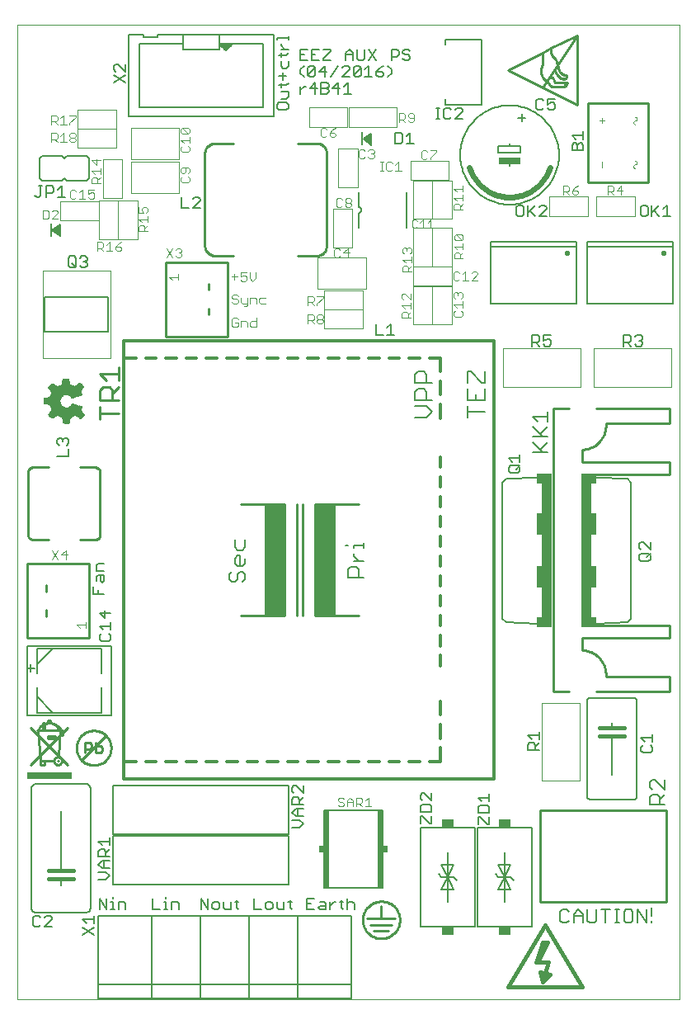
<source format=gto>
G75*
G70*
%OFA0B0*%
%FSLAX24Y24*%
%IPPOS*%
%LPD*%
%AMOC8*
5,1,8,0,0,1.08239X$1,22.5*
%
%ADD10C,0.0160*%
%ADD11C,0.0060*%
%ADD12C,0.0039*%
%ADD13C,0.0040*%
%ADD14R,0.0001X0.0149*%
%ADD15R,0.0001X0.0004*%
%ADD16R,0.0001X0.0010*%
%ADD17R,0.0001X0.0017*%
%ADD18R,0.0001X0.0023*%
%ADD19R,0.0001X0.0029*%
%ADD20R,0.0001X0.0034*%
%ADD21R,0.0001X0.0040*%
%ADD22R,0.0002X0.0043*%
%ADD23R,0.0001X0.0047*%
%ADD24R,0.0001X0.0050*%
%ADD25R,0.0001X0.0054*%
%ADD26R,0.0001X0.0059*%
%ADD27R,0.0001X0.0064*%
%ADD28R,0.0001X0.0015*%
%ADD29R,0.0001X0.0067*%
%ADD30R,0.0001X0.0020*%
%ADD31R,0.0001X0.0070*%
%ADD32R,0.0001X0.0024*%
%ADD33R,0.0001X0.0074*%
%ADD34R,0.0001X0.0027*%
%ADD35R,0.0001X0.0076*%
%ADD36R,0.0001X0.0030*%
%ADD37R,0.0002X0.0081*%
%ADD38R,0.0002X0.0036*%
%ADD39R,0.0001X0.0086*%
%ADD40R,0.0001X0.0044*%
%ADD41R,0.0001X0.0091*%
%ADD42R,0.0001X0.0046*%
%ADD43R,0.0001X0.0094*%
%ADD44R,0.0001X0.0096*%
%ADD45R,0.0001X0.0053*%
%ADD46R,0.0001X0.0099*%
%ADD47R,0.0001X0.0056*%
%ADD48R,0.0001X0.0104*%
%ADD49R,0.0001X0.0060*%
%ADD50R,0.0001X0.0108*%
%ADD51R,0.0001X0.0112*%
%ADD52R,0.0001X0.0117*%
%ADD53R,0.0001X0.0072*%
%ADD54R,0.0002X0.0120*%
%ADD55R,0.0002X0.0075*%
%ADD56R,0.0001X0.0123*%
%ADD57R,0.0001X0.0078*%
%ADD58R,0.0001X0.0126*%
%ADD59R,0.0001X0.0081*%
%ADD60R,0.0001X0.0131*%
%ADD61R,0.0001X0.0136*%
%ADD62R,0.0001X0.0090*%
%ADD63R,0.0001X0.0139*%
%ADD64R,0.0001X0.0144*%
%ADD65R,0.0001X0.0147*%
%ADD66R,0.0001X0.0101*%
%ADD67R,0.0001X0.0150*%
%ADD68R,0.0001X0.0102*%
%ADD69R,0.0001X0.0153*%
%ADD70R,0.0001X0.0106*%
%ADD71R,0.0002X0.0158*%
%ADD72R,0.0002X0.0109*%
%ADD73R,0.0001X0.0164*%
%ADD74R,0.0001X0.0115*%
%ADD75R,0.0001X0.0168*%
%ADD76R,0.0001X0.0120*%
%ADD77R,0.0001X0.0171*%
%ADD78R,0.0001X0.0123*%
%ADD79R,0.0001X0.0172*%
%ADD80R,0.0001X0.0125*%
%ADD81R,0.0001X0.0175*%
%ADD82R,0.0001X0.0128*%
%ADD83R,0.0001X0.0180*%
%ADD84R,0.0001X0.0132*%
%ADD85R,0.0001X0.0186*%
%ADD86R,0.0001X0.0191*%
%ADD87R,0.0001X0.0141*%
%ADD88R,0.0001X0.0194*%
%ADD89R,0.0001X0.0145*%
%ADD90R,0.0002X0.0196*%
%ADD91R,0.0002X0.0149*%
%ADD92R,0.0001X0.0199*%
%ADD93R,0.0001X0.0151*%
%ADD94R,0.0001X0.0204*%
%ADD95R,0.0001X0.0153*%
%ADD96R,0.0001X0.0207*%
%ADD97R,0.0001X0.0158*%
%ADD98R,0.0001X0.0211*%
%ADD99R,0.0001X0.0162*%
%ADD100R,0.0001X0.0216*%
%ADD101R,0.0001X0.0166*%
%ADD102R,0.0001X0.0219*%
%ADD103R,0.0001X0.0007*%
%ADD104R,0.0001X0.0169*%
%ADD105R,0.0001X0.0222*%
%ADD106R,0.0001X0.0011*%
%ADD107R,0.0001X0.0224*%
%ADD108R,0.0001X0.0014*%
%ADD109R,0.0001X0.0176*%
%ADD110R,0.0001X0.0228*%
%ADD111R,0.0001X0.0018*%
%ADD112R,0.0001X0.0179*%
%ADD113R,0.0002X0.0234*%
%ADD114R,0.0002X0.0024*%
%ADD115R,0.0002X0.0183*%
%ADD116R,0.0001X0.0239*%
%ADD117R,0.0001X0.0189*%
%ADD118R,0.0001X0.0241*%
%ADD119R,0.0001X0.0033*%
%ADD120R,0.0001X0.0012*%
%ADD121R,0.0001X0.0192*%
%ADD122R,0.0001X0.0243*%
%ADD123R,0.0001X0.0038*%
%ADD124R,0.0001X0.0246*%
%ADD125R,0.0001X0.0041*%
%ADD126R,0.0001X0.0019*%
%ADD127R,0.0001X0.0196*%
%ADD128R,0.0001X0.0250*%
%ADD129R,0.0001X0.0021*%
%ADD130R,0.0001X0.0201*%
%ADD131R,0.0001X0.0254*%
%ADD132R,0.0001X0.0048*%
%ADD133R,0.0001X0.0258*%
%ADD134R,0.0001X0.0054*%
%ADD135R,0.0001X0.0209*%
%ADD136R,0.0001X0.0263*%
%ADD137R,0.0001X0.0213*%
%ADD138R,0.0001X0.0267*%
%ADD139R,0.0001X0.0063*%
%ADD140R,0.0002X0.0270*%
%ADD141R,0.0002X0.0066*%
%ADD142R,0.0002X0.0045*%
%ADD143R,0.0002X0.0219*%
%ADD144R,0.0001X0.0271*%
%ADD145R,0.0001X0.0220*%
%ADD146R,0.0001X0.0274*%
%ADD147R,0.0001X0.0051*%
%ADD148R,0.0001X0.0223*%
%ADD149R,0.0001X0.0278*%
%ADD150R,0.0001X0.0282*%
%ADD151R,0.0001X0.0231*%
%ADD152R,0.0001X0.0288*%
%ADD153R,0.0001X0.0085*%
%ADD154R,0.0001X0.0236*%
%ADD155R,0.0001X0.0289*%
%ADD156R,0.0001X0.0087*%
%ADD157R,0.0001X0.0066*%
%ADD158R,0.0001X0.0292*%
%ADD159R,0.0001X0.0069*%
%ADD160R,0.0001X0.0297*%
%ADD161R,0.0001X0.0300*%
%ADD162R,0.0001X0.0075*%
%ADD163R,0.0002X0.0305*%
%ADD164R,0.0002X0.0101*%
%ADD165R,0.0002X0.0078*%
%ADD166R,0.0002X0.0251*%
%ADD167R,0.0001X0.0309*%
%ADD168R,0.0001X0.0105*%
%ADD169R,0.0001X0.0083*%
%ADD170R,0.0001X0.0255*%
%ADD171R,0.0001X0.0314*%
%ADD172R,0.0001X0.0110*%
%ADD173R,0.0001X0.0087*%
%ADD174R,0.0001X0.0316*%
%ADD175R,0.0001X0.0113*%
%ADD176R,0.0001X0.0262*%
%ADD177R,0.0001X0.0319*%
%ADD178R,0.0001X0.0114*%
%ADD179R,0.0001X0.0093*%
%ADD180R,0.0001X0.0266*%
%ADD181R,0.0001X0.0321*%
%ADD182R,0.0001X0.0096*%
%ADD183R,0.0001X0.0324*%
%ADD184R,0.0001X0.0270*%
%ADD185R,0.0001X0.0329*%
%ADD186R,0.0001X0.0124*%
%ADD187R,0.0001X0.0275*%
%ADD188R,0.0001X0.0333*%
%ADD189R,0.0001X0.0279*%
%ADD190R,0.0001X0.0336*%
%ADD191R,0.0001X0.0111*%
%ADD192R,0.0001X0.0284*%
%ADD193R,0.0002X0.0339*%
%ADD194R,0.0002X0.0134*%
%ADD195R,0.0002X0.0114*%
%ADD196R,0.0002X0.0286*%
%ADD197R,0.0001X0.0342*%
%ADD198R,0.0001X0.0116*%
%ADD199R,0.0001X0.0491*%
%ADD200R,0.0001X0.0492*%
%ADD201R,0.0001X0.0294*%
%ADD202R,0.0001X0.0495*%
%ADD203R,0.0001X0.0299*%
%ADD204R,0.0001X0.0496*%
%ADD205R,0.0001X0.0127*%
%ADD206R,0.0001X0.0301*%
%ADD207R,0.0001X0.0498*%
%ADD208R,0.0001X0.0304*%
%ADD209R,0.0001X0.0501*%
%ADD210R,0.0001X0.0134*%
%ADD211R,0.0001X0.0308*%
%ADD212R,0.0001X0.0135*%
%ADD213R,0.0001X0.0311*%
%ADD214R,0.0001X0.0504*%
%ADD215R,0.0001X0.0138*%
%ADD216R,0.0002X0.0504*%
%ADD217R,0.0002X0.0141*%
%ADD218R,0.0002X0.0318*%
%ADD219R,0.0001X0.0507*%
%ADD220R,0.0001X0.0323*%
%ADD221R,0.0001X0.0326*%
%ADD222R,0.0001X0.0508*%
%ADD223R,0.0001X0.0152*%
%ADD224R,0.0001X0.0330*%
%ADD225R,0.0001X0.0510*%
%ADD226R,0.0001X0.0494*%
%ADD227R,0.0001X0.0512*%
%ADD228R,0.0001X0.0500*%
%ADD229R,0.0001X0.0513*%
%ADD230R,0.0001X0.0501*%
%ADD231R,0.0002X0.0513*%
%ADD232R,0.0002X0.0501*%
%ADD233R,0.0001X0.0503*%
%ADD234R,0.0001X0.0504*%
%ADD235R,0.0001X0.0506*%
%ADD236R,0.0001X0.0513*%
%ADD237R,0.0001X0.0509*%
%ADD238R,0.0001X0.0511*%
%ADD239R,0.0001X0.0514*%
%ADD240R,0.0001X0.0516*%
%ADD241R,0.0002X0.0513*%
%ADD242R,0.0002X0.0519*%
%ADD243R,0.0001X0.0519*%
%ADD244R,0.0001X0.0520*%
%ADD245R,0.0001X0.0522*%
%ADD246R,0.0001X0.0507*%
%ADD247R,0.0002X0.0509*%
%ADD248R,0.0002X0.0520*%
%ADD249R,0.0001X0.0522*%
%ADD250R,0.0001X0.0505*%
%ADD251R,0.0001X0.0502*%
%ADD252R,0.0001X0.0521*%
%ADD253R,0.0002X0.0503*%
%ADD254R,0.0002X0.0519*%
%ADD255R,0.0001X0.0519*%
%ADD256R,0.0001X0.0499*%
%ADD257R,0.0001X0.0517*%
%ADD258R,0.0002X0.0495*%
%ADD259R,0.0002X0.0514*%
%ADD260R,0.0001X0.0515*%
%ADD261R,0.0001X0.0492*%
%ADD262R,0.0001X0.0490*%
%ADD263R,0.0002X0.0490*%
%ADD264R,0.0002X0.0511*%
%ADD265R,0.0001X0.0489*%
%ADD266R,0.0001X0.0489*%
%ADD267R,0.0001X0.0488*%
%ADD268R,0.0001X0.0485*%
%ADD269R,0.0001X0.0483*%
%ADD270R,0.0002X0.0483*%
%ADD271R,0.0002X0.0507*%
%ADD272R,0.0001X0.0483*%
%ADD273R,0.0001X0.0481*%
%ADD274R,0.0001X0.0480*%
%ADD275R,0.0002X0.0480*%
%ADD276R,0.0002X0.0501*%
%ADD277R,0.0001X0.0479*%
%ADD278R,0.0001X0.0477*%
%ADD279R,0.0001X0.0477*%
%ADD280R,0.0001X0.0475*%
%ADD281R,0.0001X0.0474*%
%ADD282R,0.0001X0.0472*%
%ADD283R,0.0002X0.0472*%
%ADD284R,0.0002X0.0498*%
%ADD285R,0.0001X0.0471*%
%ADD286R,0.0001X0.0473*%
%ADD287R,0.0001X0.0471*%
%ADD288R,0.0001X0.0470*%
%ADD289R,0.0001X0.0468*%
%ADD290R,0.0001X0.0469*%
%ADD291R,0.0002X0.0468*%
%ADD292R,0.0002X0.0491*%
%ADD293R,0.0001X0.0466*%
%ADD294R,0.0001X0.0465*%
%ADD295R,0.0001X0.0464*%
%ADD296R,0.0001X0.0462*%
%ADD297R,0.0002X0.0462*%
%ADD298R,0.0002X0.0489*%
%ADD299R,0.0001X0.0461*%
%ADD300R,0.0001X0.0460*%
%ADD301R,0.0001X0.0459*%
%ADD302R,0.0001X0.0484*%
%ADD303R,0.0001X0.0457*%
%ADD304R,0.0001X0.0459*%
%ADD305R,0.0002X0.0458*%
%ADD306R,0.0002X0.0484*%
%ADD307R,0.0001X0.0456*%
%ADD308R,0.0001X0.0455*%
%ADD309R,0.0001X0.0453*%
%ADD310R,0.0001X0.0451*%
%ADD311R,0.0001X0.0453*%
%ADD312R,0.0001X0.0450*%
%ADD313R,0.0002X0.0451*%
%ADD314R,0.0001X0.0478*%
%ADD315R,0.0001X0.0449*%
%ADD316R,0.0001X0.0476*%
%ADD317R,0.0001X0.0447*%
%ADD318R,0.0001X0.0474*%
%ADD319R,0.0002X0.0449*%
%ADD320R,0.0002X0.0476*%
%ADD321R,0.0001X0.0454*%
%ADD322R,0.0002X0.0469*%
%ADD323R,0.0001X0.0468*%
%ADD324R,0.0001X0.0467*%
%ADD325R,0.0002X0.0473*%
%ADD326R,0.0002X0.0468*%
%ADD327R,0.0002X0.0486*%
%ADD328R,0.0002X0.0474*%
%ADD329R,0.0001X0.0487*%
%ADD330R,0.0001X0.0497*%
%ADD331R,0.0001X0.0486*%
%ADD332R,0.0002X0.0500*%
%ADD333R,0.0002X0.0487*%
%ADD334R,0.0001X0.0498*%
%ADD335R,0.0002X0.0524*%
%ADD336R,0.0001X0.0524*%
%ADD337R,0.0001X0.0525*%
%ADD338R,0.0001X0.0528*%
%ADD339R,0.0001X0.0529*%
%ADD340R,0.0001X0.0533*%
%ADD341R,0.0001X0.0534*%
%ADD342R,0.0001X0.0523*%
%ADD343R,0.0001X0.0536*%
%ADD344R,0.0002X0.0537*%
%ADD345R,0.0002X0.0527*%
%ADD346R,0.0001X0.0537*%
%ADD347R,0.0001X0.0528*%
%ADD348R,0.0001X0.0539*%
%ADD349R,0.0001X0.0530*%
%ADD350R,0.0001X0.0540*%
%ADD351R,0.0001X0.0541*%
%ADD352R,0.0001X0.0531*%
%ADD353R,0.0001X0.0543*%
%ADD354R,0.0001X0.0544*%
%ADD355R,0.0002X0.0546*%
%ADD356R,0.0002X0.0536*%
%ADD357R,0.0001X0.0547*%
%ADD358R,0.0001X0.0551*%
%ADD359R,0.0001X0.0552*%
%ADD360R,0.0001X0.0554*%
%ADD361R,0.0001X0.0555*%
%ADD362R,0.0002X0.0555*%
%ADD363R,0.0002X0.0547*%
%ADD364R,0.0001X0.0549*%
%ADD365R,0.0001X0.0548*%
%ADD366R,0.0001X0.0538*%
%ADD367R,0.0001X0.0537*%
%ADD368R,0.0002X0.0533*%
%ADD369R,0.0001X0.0531*%
%ADD370R,0.0001X0.0526*%
%ADD371R,0.0001X0.0518*%
%ADD372R,0.0002X0.0498*%
%ADD373R,0.0002X0.0496*%
%ADD374R,0.0001X0.0486*%
%ADD375R,0.0002X0.0485*%
%ADD376R,0.0001X0.0482*%
%ADD377R,0.0002X0.0477*%
%ADD378R,0.0002X0.0530*%
%ADD379R,0.0002X0.0464*%
%ADD380R,0.0001X0.0561*%
%ADD381R,0.0001X0.0570*%
%ADD382R,0.0001X0.0576*%
%ADD383R,0.0001X0.0581*%
%ADD384R,0.0001X0.0585*%
%ADD385R,0.0001X0.0589*%
%ADD386R,0.0002X0.0600*%
%ADD387R,0.0001X0.0614*%
%ADD388R,0.0001X0.0623*%
%ADD389R,0.0001X0.0630*%
%ADD390R,0.0001X0.0633*%
%ADD391R,0.0001X0.0638*%
%ADD392R,0.0001X0.0645*%
%ADD393R,0.0001X0.0657*%
%ADD394R,0.0001X0.0556*%
%ADD395R,0.0001X0.0669*%
%ADD396R,0.0001X0.0674*%
%ADD397R,0.0001X0.0579*%
%ADD398R,0.0002X0.0676*%
%ADD399R,0.0002X0.0585*%
%ADD400R,0.0001X0.0678*%
%ADD401R,0.0001X0.0590*%
%ADD402R,0.0001X0.0679*%
%ADD403R,0.0001X0.0596*%
%ADD404R,0.0001X0.0681*%
%ADD405R,0.0001X0.0606*%
%ADD406R,0.0001X0.0620*%
%ADD407R,0.0001X0.0682*%
%ADD408R,0.0001X0.0633*%
%ADD409R,0.0001X0.0684*%
%ADD410R,0.0001X0.0639*%
%ADD411R,0.0001X0.0649*%
%ADD412R,0.0001X0.0684*%
%ADD413R,0.0001X0.0655*%
%ADD414R,0.0002X0.0683*%
%ADD415R,0.0002X0.0664*%
%ADD416R,0.0001X0.0683*%
%ADD417R,0.0001X0.0670*%
%ADD418R,0.0001X0.0671*%
%ADD419R,0.0001X0.0681*%
%ADD420R,0.0001X0.0672*%
%ADD421R,0.0001X0.0680*%
%ADD422R,0.0001X0.0675*%
%ADD423R,0.0001X0.0676*%
%ADD424R,0.0002X0.0680*%
%ADD425R,0.0002X0.0678*%
%ADD426R,0.0001X0.0678*%
%ADD427R,0.0002X0.0675*%
%ADD428R,0.0002X0.0672*%
%ADD429R,0.0001X0.0672*%
%ADD430R,0.0002X0.0671*%
%ADD431R,0.0002X0.0670*%
%ADD432R,0.0001X0.0669*%
%ADD433R,0.0001X0.0667*%
%ADD434R,0.0002X0.0669*%
%ADD435R,0.0002X0.0667*%
%ADD436R,0.0001X0.0668*%
%ADD437R,0.0001X0.0666*%
%ADD438R,0.0002X0.0668*%
%ADD439R,0.0002X0.0666*%
%ADD440R,0.0001X0.0666*%
%ADD441R,0.0001X0.0664*%
%ADD442R,0.0001X0.0663*%
%ADD443R,0.0002X0.0666*%
%ADD444R,0.0002X0.0663*%
%ADD445R,0.0001X0.0665*%
%ADD446R,0.0002X0.0674*%
%ADD447R,0.0001X0.0677*%
%ADD448R,0.0002X0.0678*%
%ADD449R,0.0002X0.0682*%
%ADD450R,0.0001X0.0686*%
%ADD451R,0.0002X0.0686*%
%ADD452R,0.0001X0.0687*%
%ADD453R,0.0001X0.0689*%
%ADD454R,0.0001X0.0653*%
%ADD455R,0.0001X0.0641*%
%ADD456R,0.0001X0.0626*%
%ADD457R,0.0001X0.0616*%
%ADD458R,0.0001X0.0687*%
%ADD459R,0.0001X0.0612*%
%ADD460R,0.0001X0.0688*%
%ADD461R,0.0001X0.0606*%
%ADD462R,0.0001X0.0601*%
%ADD463R,0.0002X0.0591*%
%ADD464R,0.0001X0.0567*%
%ADD465R,0.0001X0.0560*%
%ADD466R,0.0001X0.0659*%
%ADD467R,0.0001X0.0516*%
%ADD468R,0.0001X0.0639*%
%ADD469R,0.0002X0.0502*%
%ADD470R,0.0002X0.0633*%
%ADD471R,0.0001X0.0608*%
%ADD472R,0.0001X0.0582*%
%ADD473R,0.0001X0.0577*%
%ADD474R,0.0002X0.0569*%
%ADD475R,0.0001X0.0546*%
%ADD476R,0.0002X0.0486*%
%ADD477R,0.0001X0.0493*%
%ADD478R,0.0002X0.0516*%
%ADD479R,0.0001X0.0532*%
%ADD480R,0.0002X0.0534*%
%ADD481R,0.0002X0.0535*%
%ADD482R,0.0001X0.0543*%
%ADD483R,0.0001X0.0553*%
%ADD484R,0.0001X0.0559*%
%ADD485R,0.0001X0.0564*%
%ADD486R,0.0001X0.0564*%
%ADD487R,0.0001X0.0567*%
%ADD488R,0.0001X0.0569*%
%ADD489R,0.0002X0.0570*%
%ADD490R,0.0002X0.0571*%
%ADD491R,0.0001X0.0571*%
%ADD492R,0.0001X0.0573*%
%ADD493R,0.0001X0.0574*%
%ADD494R,0.0001X0.0576*%
%ADD495R,0.0001X0.0600*%
%ADD496R,0.0001X0.0611*%
%ADD497R,0.0001X0.0618*%
%ADD498R,0.0001X0.0621*%
%ADD499R,0.0001X0.1269*%
%ADD500R,0.0001X0.1267*%
%ADD501R,0.0001X0.1266*%
%ADD502R,0.0002X0.1266*%
%ADD503R,0.0001X0.1264*%
%ADD504R,0.0001X0.1261*%
%ADD505R,0.0001X0.1260*%
%ADD506R,0.0001X0.1259*%
%ADD507R,0.0001X0.1256*%
%ADD508R,0.0001X0.1254*%
%ADD509R,0.0001X0.1253*%
%ADD510R,0.0001X0.1251*%
%ADD511R,0.0002X0.1251*%
%ADD512R,0.0001X0.1248*%
%ADD513R,0.0001X0.1245*%
%ADD514R,0.0001X0.1244*%
%ADD515R,0.0001X0.1242*%
%ADD516R,0.0001X0.1239*%
%ADD517R,0.0001X0.1237*%
%ADD518R,0.0002X0.1236*%
%ADD519R,0.0001X0.1233*%
%ADD520R,0.0001X0.1230*%
%ADD521R,0.0001X0.1229*%
%ADD522R,0.0001X0.1227*%
%ADD523R,0.0001X0.1226*%
%ADD524R,0.0001X0.1224*%
%ADD525R,0.0002X0.1223*%
%ADD526R,0.0001X0.1219*%
%ADD527R,0.0001X0.1216*%
%ADD528R,0.0001X0.1215*%
%ADD529R,0.0001X0.1214*%
%ADD530R,0.0001X0.1212*%
%ADD531R,0.0001X0.1209*%
%ADD532R,0.0002X0.1207*%
%ADD533R,0.0001X0.1206*%
%ADD534R,0.0001X0.1204*%
%ADD535R,0.0001X0.1201*%
%ADD536R,0.0001X0.1200*%
%ADD537R,0.0001X0.1199*%
%ADD538R,0.0001X0.1196*%
%ADD539R,0.0001X0.1194*%
%ADD540R,0.0001X0.1193*%
%ADD541R,0.0001X0.1191*%
%ADD542R,0.0002X0.1191*%
%ADD543R,0.0001X0.1188*%
%ADD544R,0.0001X0.1185*%
%ADD545R,0.0001X0.1184*%
%ADD546R,0.0001X0.1181*%
%ADD547R,0.0001X0.1177*%
%ADD548R,0.0001X0.1176*%
%ADD549R,0.0001X0.1174*%
%ADD550R,0.0001X0.1173*%
%ADD551R,0.0002X0.1170*%
%ADD552R,0.0001X0.1170*%
%ADD553R,0.0001X0.1169*%
%ADD554R,0.0001X0.1166*%
%ADD555R,0.0001X0.1164*%
%ADD556R,0.0001X0.1163*%
%ADD557R,0.0002X0.1163*%
%ADD558R,0.0001X0.1167*%
%ADD559R,0.0001X0.1171*%
%ADD560R,0.0001X0.1179*%
%ADD561R,0.0001X0.1182*%
%ADD562R,0.0002X0.1182*%
%ADD563R,0.0001X0.1188*%
%ADD564R,0.0001X0.1190*%
%ADD565R,0.0001X0.1197*%
%ADD566R,0.0002X0.1204*%
%ADD567R,0.0001X0.1207*%
%ADD568R,0.0001X0.1210*%
%ADD569R,0.0001X0.1213*%
%ADD570R,0.0001X0.1217*%
%ADD571R,0.0001X0.1218*%
%ADD572R,0.0001X0.1220*%
%ADD573R,0.0001X0.1221*%
%ADD574R,0.0001X0.1223*%
%ADD575R,0.0002X0.1226*%
%ADD576R,0.0001X0.1236*%
%ADD577R,0.0001X0.1239*%
%ADD578R,0.0001X0.1240*%
%ADD579R,0.0001X0.1243*%
%ADD580R,0.0002X0.1248*%
%ADD581R,0.0001X0.1248*%
%ADD582R,0.0001X0.1251*%
%ADD583R,0.0001X0.1257*%
%ADD584R,0.0001X0.1263*%
%ADD585R,0.0002X0.1267*%
%ADD586R,0.0001X0.1270*%
%ADD587R,0.0001X0.1274*%
%ADD588R,0.0001X0.1275*%
%ADD589R,0.0001X0.1278*%
%ADD590R,0.0001X0.1280*%
%ADD591R,0.0001X0.1281*%
%ADD592R,0.0001X0.1284*%
%ADD593R,0.0001X0.1286*%
%ADD594R,0.0001X0.1289*%
%ADD595R,0.0002X0.1290*%
%ADD596R,0.0001X0.1291*%
%ADD597R,0.0001X0.1294*%
%ADD598R,0.0001X0.1296*%
%ADD599R,0.0001X0.1299*%
%ADD600R,0.0001X0.1300*%
%ADD601R,0.0001X0.1302*%
%ADD602R,0.0001X0.1304*%
%ADD603R,0.0001X0.1306*%
%ADD604R,0.0001X0.1308*%
%ADD605R,0.0002X0.1311*%
%ADD606R,0.0001X0.1313*%
%ADD607R,0.0001X0.1316*%
%ADD608R,0.0001X0.1317*%
%ADD609R,0.0001X0.1320*%
%ADD610R,0.0001X0.1323*%
%ADD611R,0.0001X0.1326*%
%ADD612R,0.0001X0.1329*%
%ADD613R,0.0002X0.1332*%
%ADD614R,0.0001X0.1335*%
%ADD615R,0.0001X0.1336*%
%ADD616R,0.0001X0.1340*%
%ADD617R,0.0001X0.1343*%
%ADD618R,0.0001X0.1346*%
%ADD619R,0.0001X0.1347*%
%ADD620R,0.0001X0.1350*%
%ADD621R,0.0002X0.1353*%
%ADD622R,0.0001X0.1356*%
%ADD623R,0.0001X0.1357*%
%ADD624R,0.0001X0.1360*%
%ADD625R,0.0001X0.1364*%
%ADD626R,0.0001X0.1365*%
%ADD627R,0.0001X0.1368*%
%ADD628R,0.0001X0.1369*%
%ADD629R,0.0001X0.1373*%
%ADD630R,0.0002X0.1374*%
%ADD631R,0.0001X0.1377*%
%ADD632R,0.0001X0.1379*%
%ADD633R,0.0001X0.1380*%
%ADD634R,0.0001X0.1383*%
%ADD635R,0.0001X0.1386*%
%ADD636R,0.0001X0.1387*%
%ADD637R,0.0001X0.1391*%
%ADD638R,0.0001X0.1394*%
%ADD639R,0.0002X0.1395*%
%ADD640R,0.0001X0.1398*%
%ADD641R,0.0001X0.1401*%
%ADD642R,0.0001X0.1403*%
%ADD643R,0.0001X0.1406*%
%ADD644R,0.0001X0.1407*%
%ADD645R,0.0001X0.1409*%
%ADD646R,0.0001X0.1411*%
%ADD647R,0.0001X0.1414*%
%ADD648R,0.0002X0.1416*%
%ADD649R,0.0001X0.1419*%
%ADD650R,0.0001X0.1421*%
%ADD651R,0.0001X0.1422*%
%ADD652R,0.0001X0.1424*%
%ADD653R,0.0001X0.1426*%
%ADD654R,0.0001X0.1428*%
%ADD655R,0.0002X0.1429*%
%ADD656R,0.0001X0.1429*%
%ADD657R,0.0001X0.1425*%
%ADD658R,0.0002X0.1421*%
%ADD659R,0.0001X0.1418*%
%ADD660R,0.0001X0.1416*%
%ADD661R,0.0001X0.1413*%
%ADD662R,0.0001X0.1410*%
%ADD663R,0.0001X0.1404*%
%ADD664R,0.0001X0.1401*%
%ADD665R,0.0001X0.0346*%
%ADD666R,0.0001X0.1044*%
%ADD667R,0.0002X0.0342*%
%ADD668R,0.0002X0.1040*%
%ADD669R,0.0001X0.0337*%
%ADD670R,0.0001X0.1034*%
%ADD671R,0.0001X0.0357*%
%ADD672R,0.0001X0.0660*%
%ADD673R,0.0001X0.0353*%
%ADD674R,0.0001X0.0327*%
%ADD675R,0.0001X0.0349*%
%ADD676R,0.0001X0.0321*%
%ADD677R,0.0001X0.0648*%
%ADD678R,0.0001X0.0344*%
%ADD679R,0.0001X0.0317*%
%ADD680R,0.0001X0.0339*%
%ADD681R,0.0001X0.0312*%
%ADD682R,0.0001X0.0631*%
%ADD683R,0.0001X0.0334*%
%ADD684R,0.0001X0.0309*%
%ADD685R,0.0002X0.0307*%
%ADD686R,0.0002X0.0623*%
%ADD687R,0.0002X0.0327*%
%ADD688R,0.0001X0.0618*%
%ADD689R,0.0001X0.0297*%
%ADD690R,0.0001X0.0607*%
%ADD691R,0.0001X0.0320*%
%ADD692R,0.0001X0.0293*%
%ADD693R,0.0001X0.0599*%
%ADD694R,0.0001X0.0313*%
%ADD695R,0.0001X0.0285*%
%ADD696R,0.0001X0.0584*%
%ADD697R,0.0001X0.0303*%
%ADD698R,0.0001X0.0281*%
%ADD699R,0.0002X0.0273*%
%ADD700R,0.0002X0.0563*%
%ADD701R,0.0002X0.0293*%
%ADD702R,0.0001X0.0264*%
%ADD703R,0.0001X0.0259*%
%ADD704R,0.0001X0.0256*%
%ADD705R,0.0001X0.0276*%
%ADD706R,0.0001X0.0252*%
%ADD707R,0.0001X0.0273*%
%ADD708R,0.0001X0.0248*%
%ADD709R,0.0001X0.0269*%
%ADD710R,0.0001X0.0245*%
%ADD711R,0.0001X0.0240*%
%ADD712R,0.0002X0.0237*%
%ADD713R,0.0002X0.0256*%
%ADD714R,0.0001X0.0234*%
%ADD715R,0.0001X0.0232*%
%ADD716R,0.0001X0.0251*%
%ADD717R,0.0001X0.0228*%
%ADD718R,0.0001X0.0246*%
%ADD719R,0.0001X0.0456*%
%ADD720R,0.0001X0.0219*%
%ADD721R,0.0001X0.0444*%
%ADD722R,0.0001X0.0237*%
%ADD723R,0.0001X0.0214*%
%ADD724R,0.0001X0.0436*%
%ADD725R,0.0001X0.0432*%
%ADD726R,0.0001X0.0231*%
%ADD727R,0.0001X0.0210*%
%ADD728R,0.0001X0.0426*%
%ADD729R,0.0001X0.0420*%
%ADD730R,0.0001X0.0226*%
%ADD731R,0.0002X0.0204*%
%ADD732R,0.0002X0.0409*%
%ADD733R,0.0002X0.0222*%
%ADD734R,0.0001X0.0391*%
%ADD735R,0.0001X0.0217*%
%ADD736R,0.0001X0.0376*%
%ADD737R,0.0001X0.0368*%
%ADD738R,0.0001X0.0189*%
%ADD739R,0.0001X0.0361*%
%ADD740R,0.0001X0.0206*%
%ADD741R,0.0001X0.0186*%
%ADD742R,0.0001X0.0356*%
%ADD743R,0.0001X0.0181*%
%ADD744R,0.0001X0.0345*%
%ADD745R,0.0001X0.0173*%
%ADD746R,0.0001X0.0331*%
%ADD747R,0.0001X0.0190*%
%ADD748R,0.0001X0.0168*%
%ADD749R,0.0002X0.0165*%
%ADD750R,0.0001X0.0162*%
%ADD751R,0.0001X0.0159*%
%ADD752R,0.0001X0.0177*%
%ADD753R,0.0001X0.0156*%
%ADD754R,0.0001X0.0324*%
%ADD755R,0.0001X0.0174*%
%ADD756R,0.0001X0.0167*%
%ADD757R,0.0001X0.0146*%
%ADD758R,0.0001X0.0163*%
%ADD759R,0.0001X0.0141*%
%ADD760R,0.0001X0.0140*%
%ADD761R,0.0001X0.0137*%
%ADD762R,0.0001X0.0133*%
%ADD763R,0.0002X0.0129*%
%ADD764R,0.0002X0.0321*%
%ADD765R,0.0002X0.0146*%
%ADD766R,0.0001X0.0119*%
%ADD767R,0.0001X0.0129*%
%ADD768R,0.0001X0.0111*%
%ADD769R,0.0001X0.0126*%
%ADD770R,0.0001X0.0318*%
%ADD771R,0.0001X0.0097*%
%ADD772R,0.0001X0.0315*%
%ADD773R,0.0002X0.0089*%
%ADD774R,0.0002X0.0315*%
%ADD775R,0.0002X0.0105*%
%ADD776R,0.0001X0.0079*%
%ADD777R,0.0001X0.0089*%
%ADD778R,0.0001X0.0069*%
%ADD779R,0.0001X0.0084*%
%ADD780R,0.0001X0.0057*%
%ADD781R,0.0002X0.0052*%
%ADD782R,0.0002X0.0311*%
%ADD783R,0.0002X0.0066*%
%ADD784R,0.0001X0.0061*%
%ADD785R,0.0001X0.0042*%
%ADD786R,0.0001X0.0055*%
%ADD787R,0.0001X0.0039*%
%ADD788R,0.0001X0.0052*%
%ADD789R,0.0001X0.0036*%
%ADD790R,0.0001X0.0049*%
%ADD791R,0.0001X0.0307*%
%ADD792R,0.0001X0.0045*%
%ADD793R,0.0001X0.0022*%
%ADD794R,0.0001X0.0035*%
%ADD795R,0.0002X0.0025*%
%ADD796R,0.0001X0.0306*%
%ADD797R,0.0001X0.0018*%
%ADD798R,0.0001X0.0008*%
%ADD799R,0.0002X0.0300*%
%ADD800R,0.0001X0.0296*%
%ADD801R,0.0002X0.0294*%
%ADD802R,0.0001X0.0294*%
%ADD803R,0.0001X0.0291*%
%ADD804R,0.0002X0.0291*%
%ADD805R,0.0001X0.0286*%
%ADD806R,0.0002X0.0281*%
%ADD807R,0.0001X0.0277*%
%ADD808R,0.0001X0.0276*%
%ADD809R,0.0002X0.0266*%
%ADD810R,0.0001X0.0264*%
%ADD811R,0.0001X0.0261*%
%ADD812R,0.0002X0.0259*%
%ADD813R,0.0002X0.0254*%
%ADD814R,0.0002X0.0248*%
%ADD815R,0.0002X0.0218*%
%ADD816R,0.0001X0.0157*%
%ADD817C,0.0050*%
%ADD818C,0.0100*%
%ADD819C,0.0070*%
%ADD820C,0.0090*%
%ADD821R,0.0900X0.0250*%
%ADD822C,0.0240*%
%ADD823C,0.0020*%
%ADD824R,0.0079X0.0551*%
%ADD825C,0.0030*%
%ADD826R,0.0500X0.0350*%
%ADD827R,0.0400X0.6200*%
%ADD828R,0.0200X0.0400*%
%ADD829R,0.0200X0.0850*%
%ADD830C,0.0217*%
%ADD831R,0.0197X0.3150*%
%ADD832R,0.0225X0.0300*%
%ADD833C,0.0080*%
%ADD834R,0.1800X0.0300*%
%ADD835C,0.0120*%
%ADD836R,0.0750X0.4500*%
D10*
X007862Y010277D02*
X008362Y010277D01*
X008862Y010277D01*
X008862Y010627D02*
X008362Y010627D01*
X007862Y010627D01*
X026422Y005927D02*
X029422Y005927D01*
X027922Y008427D01*
X026422Y005927D01*
X027799Y006220D02*
X027915Y006220D01*
X027822Y006177D02*
X028072Y006927D01*
X027572Y006927D01*
X027822Y007677D01*
X027802Y007646D02*
X027982Y007646D01*
X028022Y007727D02*
X027622Y006927D01*
X027822Y007727D01*
X028022Y007727D01*
X027902Y007488D02*
X027762Y007488D01*
X027723Y007329D02*
X027823Y007329D01*
X027744Y007171D02*
X027683Y007171D01*
X027665Y007012D02*
X027643Y007012D01*
X027722Y006527D02*
X028122Y006427D01*
X027822Y006127D01*
X027722Y006527D01*
X027759Y006378D02*
X028073Y006378D01*
X030137Y016052D02*
X030637Y016052D01*
X031137Y016052D01*
X031137Y016402D02*
X030637Y016402D01*
X030137Y016402D01*
D11*
X030637Y016402D02*
X030637Y016602D01*
X030637Y016052D02*
X030637Y014502D01*
X031537Y013502D02*
X031554Y013504D01*
X031571Y013508D01*
X031587Y013515D01*
X031601Y013525D01*
X031614Y013538D01*
X031624Y013552D01*
X031631Y013568D01*
X031635Y013585D01*
X031637Y013602D01*
X031637Y017502D01*
X031635Y017519D01*
X031631Y017536D01*
X031624Y017552D01*
X031614Y017566D01*
X031601Y017579D01*
X031587Y017589D01*
X031571Y017596D01*
X031554Y017600D01*
X031537Y017602D01*
X029737Y017602D01*
X029720Y017600D01*
X029703Y017596D01*
X029687Y017589D01*
X029673Y017579D01*
X029660Y017566D01*
X029650Y017552D01*
X029643Y017536D01*
X029639Y017519D01*
X029637Y017502D01*
X029637Y013602D01*
X029639Y013585D01*
X029643Y013568D01*
X029650Y013552D01*
X029660Y013538D01*
X029673Y013525D01*
X029687Y013515D01*
X029703Y013508D01*
X029720Y013504D01*
X029737Y013502D01*
X031537Y013502D01*
X032225Y009138D02*
X032225Y008777D01*
X032225Y008597D02*
X032225Y008507D01*
X032033Y008507D02*
X032033Y009048D01*
X031673Y009048D02*
X032033Y008507D01*
X031673Y008507D02*
X031673Y009048D01*
X031481Y008958D02*
X031391Y009048D01*
X031211Y009048D01*
X031120Y008958D01*
X031120Y008597D01*
X031211Y008507D01*
X031391Y008507D01*
X031481Y008597D01*
X031481Y008958D01*
X030932Y009048D02*
X030752Y009048D01*
X030842Y009048D02*
X030842Y008507D01*
X030752Y008507D02*
X030932Y008507D01*
X030380Y008507D02*
X030380Y009048D01*
X030200Y009048D02*
X030560Y009048D01*
X030008Y009048D02*
X030008Y008597D01*
X029917Y008507D01*
X029737Y008507D01*
X029647Y008597D01*
X029647Y009048D01*
X029455Y008867D02*
X029455Y008507D01*
X029455Y008777D02*
X029095Y008777D01*
X029095Y008867D02*
X029275Y009048D01*
X029455Y008867D01*
X029095Y008867D02*
X029095Y008507D01*
X028903Y008597D02*
X028813Y008507D01*
X028632Y008507D01*
X028542Y008597D01*
X028542Y008958D01*
X028632Y009048D01*
X028813Y009048D01*
X028903Y008958D01*
X027398Y008362D02*
X027398Y012362D01*
X025198Y012362D01*
X025198Y008362D01*
X027398Y008362D01*
X026298Y009362D02*
X026298Y011362D01*
X025923Y010487D02*
X026048Y010362D01*
X026548Y010362D01*
X026673Y010237D01*
X025092Y008362D02*
X025092Y012362D01*
X022892Y012362D01*
X022892Y008362D01*
X025092Y008362D01*
X023992Y009362D02*
X023992Y011362D01*
X023617Y010487D02*
X023742Y010362D01*
X024242Y010362D01*
X024367Y010237D01*
X020219Y009277D02*
X020219Y009057D01*
X020219Y009277D02*
X020146Y009351D01*
X019999Y009351D01*
X019926Y009277D01*
X019766Y009351D02*
X019619Y009351D01*
X019692Y009424D02*
X019692Y009131D01*
X019766Y009057D01*
X019926Y009057D02*
X019926Y009498D01*
X019455Y009351D02*
X019382Y009351D01*
X019235Y009204D01*
X019235Y009057D02*
X019235Y009351D01*
X019068Y009277D02*
X019068Y009057D01*
X018848Y009057D01*
X018775Y009131D01*
X018848Y009204D01*
X019068Y009204D01*
X019068Y009277D02*
X018995Y009351D01*
X018848Y009351D01*
X018608Y009498D02*
X018314Y009498D01*
X018314Y009057D01*
X018608Y009057D01*
X018461Y009277D02*
X018314Y009277D01*
X017694Y009351D02*
X017547Y009351D01*
X017620Y009424D02*
X017620Y009131D01*
X017694Y009057D01*
X017380Y009057D02*
X017380Y009351D01*
X017087Y009351D02*
X017087Y009131D01*
X017160Y009057D01*
X017380Y009057D01*
X016920Y009131D02*
X016920Y009277D01*
X016846Y009351D01*
X016700Y009351D01*
X016626Y009277D01*
X016626Y009131D01*
X016700Y009057D01*
X016846Y009057D01*
X016920Y009131D01*
X016459Y009057D02*
X016166Y009057D01*
X016166Y009498D01*
X015545Y009351D02*
X015398Y009351D01*
X015472Y009424D02*
X015472Y009131D01*
X015545Y009057D01*
X015232Y009057D02*
X015232Y009351D01*
X015232Y009057D02*
X015011Y009057D01*
X014938Y009131D01*
X014938Y009351D01*
X014771Y009277D02*
X014698Y009351D01*
X014551Y009351D01*
X014478Y009277D01*
X014478Y009131D01*
X014551Y009057D01*
X014698Y009057D01*
X014771Y009131D01*
X014771Y009277D01*
X014311Y009057D02*
X014311Y009498D01*
X014017Y009498D02*
X014017Y009057D01*
X014311Y009057D02*
X014017Y009498D01*
X013127Y009277D02*
X013127Y009057D01*
X013127Y009277D02*
X013053Y009351D01*
X012833Y009351D01*
X012833Y009057D01*
X012673Y009057D02*
X012526Y009057D01*
X012600Y009057D02*
X012600Y009351D01*
X012526Y009351D01*
X012600Y009498D02*
X012600Y009571D01*
X012359Y009057D02*
X012066Y009057D01*
X012066Y009498D01*
X010978Y009277D02*
X010978Y009057D01*
X010978Y009277D02*
X010905Y009351D01*
X010685Y009351D01*
X010685Y009057D01*
X010524Y009057D02*
X010378Y009057D01*
X010451Y009057D02*
X010451Y009351D01*
X010378Y009351D01*
X010451Y009498D02*
X010451Y009571D01*
X010211Y009498D02*
X010211Y009057D01*
X009917Y009498D01*
X009917Y009057D01*
X009562Y009127D02*
X009562Y013927D01*
X009560Y013953D01*
X009555Y013979D01*
X009547Y014004D01*
X009535Y014027D01*
X009521Y014049D01*
X009503Y014068D01*
X009484Y014086D01*
X009462Y014100D01*
X009439Y014112D01*
X009414Y014120D01*
X009388Y014125D01*
X009362Y014127D01*
X007362Y014127D01*
X007336Y014125D01*
X007310Y014120D01*
X007285Y014112D01*
X007262Y014100D01*
X007240Y014086D01*
X007221Y014068D01*
X007203Y014049D01*
X007189Y014027D01*
X007177Y014004D01*
X007169Y013979D01*
X007164Y013953D01*
X007162Y013927D01*
X007162Y009127D01*
X007164Y009101D01*
X007169Y009075D01*
X007177Y009050D01*
X007189Y009027D01*
X007203Y009005D01*
X007221Y008986D01*
X007240Y008968D01*
X007262Y008954D01*
X007285Y008942D01*
X007310Y008934D01*
X007336Y008929D01*
X007362Y008927D01*
X009362Y008927D01*
X009388Y008929D01*
X009414Y008934D01*
X009439Y008942D01*
X009462Y008954D01*
X009484Y008968D01*
X009503Y008986D01*
X009521Y009005D01*
X009535Y009027D01*
X009547Y009050D01*
X009555Y009075D01*
X009560Y009101D01*
X009562Y009127D01*
X008362Y010027D02*
X008362Y010277D01*
X008362Y010627D02*
X008362Y013027D01*
X008037Y017002D02*
X007387Y017652D01*
X007387Y017002D01*
X009987Y017002D01*
X009987Y018022D01*
X009987Y018582D02*
X009987Y019602D01*
X007387Y019602D01*
X007387Y018582D01*
X007297Y018802D02*
X006997Y018802D01*
X007147Y018952D02*
X007147Y018652D01*
X007387Y018952D02*
X008037Y019602D01*
X006987Y019702D02*
X010387Y019702D01*
X010387Y016902D01*
X006987Y016902D01*
X006987Y019702D01*
X007387Y018022D02*
X007387Y017652D01*
X008337Y036252D02*
X008012Y036502D01*
X008337Y036727D01*
X008337Y036252D01*
X008337Y036257D02*
X008331Y036257D01*
X008337Y036315D02*
X008255Y036315D01*
X008179Y036374D02*
X008337Y036374D01*
X008337Y036432D02*
X008103Y036432D01*
X008027Y036491D02*
X008337Y036491D01*
X008337Y036549D02*
X008080Y036549D01*
X008165Y036608D02*
X008337Y036608D01*
X008337Y036666D02*
X008249Y036666D01*
X008334Y036725D02*
X008337Y036725D01*
X008387Y038477D02*
X007587Y038477D01*
X007487Y038577D01*
X007487Y039377D01*
X007587Y039477D01*
X008387Y039477D01*
X008487Y039377D01*
X008587Y039477D01*
X009387Y039477D01*
X009487Y039377D01*
X009487Y038577D01*
X009387Y038477D01*
X008587Y038477D01*
X008487Y038577D01*
X008387Y038477D01*
X020382Y038012D02*
X020382Y037422D01*
X020403Y037420D01*
X020423Y037415D01*
X020442Y037406D01*
X020459Y037394D01*
X020474Y037379D01*
X020486Y037362D01*
X020495Y037343D01*
X020500Y037323D01*
X020502Y037302D01*
X020500Y037281D01*
X020495Y037261D01*
X020486Y037242D01*
X020474Y037225D01*
X020459Y037210D01*
X020442Y037198D01*
X020423Y037189D01*
X020403Y037184D01*
X020382Y037182D01*
X020382Y036592D01*
X022342Y036592D02*
X022342Y038012D01*
X020912Y039927D02*
X020587Y040177D01*
X020912Y040402D01*
X020912Y039927D01*
X020912Y039942D02*
X020893Y039942D01*
X020912Y040001D02*
X020817Y040001D01*
X020740Y040059D02*
X020912Y040059D01*
X020912Y040118D02*
X020664Y040118D01*
X020588Y040176D02*
X020912Y040176D01*
X020912Y040235D02*
X020671Y040235D01*
X020755Y040293D02*
X020912Y040293D01*
X020912Y040352D02*
X020840Y040352D01*
X023907Y041557D02*
X023907Y041777D01*
X023907Y041557D02*
X025367Y041557D01*
X025367Y044197D01*
X023907Y044197D01*
X023907Y043977D01*
X026847Y041028D02*
X027147Y041028D01*
X026997Y040878D02*
X026997Y041178D01*
X026497Y039978D02*
X026497Y039878D01*
X026947Y039878D01*
X026947Y039628D01*
X026047Y039628D01*
X026047Y039878D01*
X026497Y039878D01*
X024497Y039528D02*
X024499Y039626D01*
X024507Y039724D01*
X024519Y039821D01*
X024535Y039918D01*
X024557Y040014D01*
X024583Y040109D01*
X024614Y040202D01*
X024649Y040293D01*
X024689Y040383D01*
X024733Y040471D01*
X024782Y040556D01*
X024834Y040639D01*
X024891Y040719D01*
X024951Y040797D01*
X025015Y040871D01*
X025083Y040942D01*
X025154Y041010D01*
X025228Y041074D01*
X025306Y041134D01*
X025386Y041191D01*
X025469Y041243D01*
X025554Y041292D01*
X025642Y041336D01*
X025732Y041376D01*
X025823Y041411D01*
X025916Y041442D01*
X026011Y041468D01*
X026107Y041490D01*
X026204Y041506D01*
X026301Y041518D01*
X026399Y041526D01*
X026497Y041528D01*
X026595Y041526D01*
X026693Y041518D01*
X026790Y041506D01*
X026887Y041490D01*
X026983Y041468D01*
X027078Y041442D01*
X027171Y041411D01*
X027262Y041376D01*
X027352Y041336D01*
X027440Y041292D01*
X027525Y041243D01*
X027608Y041191D01*
X027688Y041134D01*
X027766Y041074D01*
X027840Y041010D01*
X027911Y040942D01*
X027979Y040871D01*
X028043Y040797D01*
X028103Y040719D01*
X028160Y040639D01*
X028212Y040556D01*
X028261Y040471D01*
X028305Y040383D01*
X028345Y040293D01*
X028380Y040202D01*
X028411Y040109D01*
X028437Y040014D01*
X028459Y039918D01*
X028475Y039821D01*
X028487Y039724D01*
X028495Y039626D01*
X028497Y039528D01*
X028495Y039430D01*
X028487Y039332D01*
X028475Y039235D01*
X028459Y039138D01*
X028437Y039042D01*
X028411Y038947D01*
X028380Y038854D01*
X028345Y038763D01*
X028305Y038673D01*
X028261Y038585D01*
X028212Y038500D01*
X028160Y038417D01*
X028103Y038337D01*
X028043Y038259D01*
X027979Y038185D01*
X027911Y038114D01*
X027840Y038046D01*
X027766Y037982D01*
X027688Y037922D01*
X027608Y037865D01*
X027525Y037813D01*
X027440Y037764D01*
X027352Y037720D01*
X027262Y037680D01*
X027171Y037645D01*
X027078Y037614D01*
X026983Y037588D01*
X026887Y037566D01*
X026790Y037550D01*
X026693Y037538D01*
X026595Y037530D01*
X026497Y037528D01*
X026399Y037530D01*
X026301Y037538D01*
X026204Y037550D01*
X026107Y037566D01*
X026011Y037588D01*
X025916Y037614D01*
X025823Y037645D01*
X025732Y037680D01*
X025642Y037720D01*
X025554Y037764D01*
X025469Y037813D01*
X025386Y037865D01*
X025306Y037922D01*
X025228Y037982D01*
X025154Y038046D01*
X025083Y038114D01*
X025015Y038185D01*
X024951Y038259D01*
X024891Y038337D01*
X024834Y038417D01*
X024782Y038500D01*
X024733Y038585D01*
X024689Y038673D01*
X024649Y038763D01*
X024614Y038854D01*
X024583Y038947D01*
X024557Y039042D01*
X024535Y039138D01*
X024519Y039235D01*
X024507Y039332D01*
X024499Y039430D01*
X024497Y039528D01*
X026497Y039278D02*
X026497Y039078D01*
X025746Y036029D02*
X029189Y036029D01*
X029189Y033525D01*
X025746Y033525D01*
X025746Y035826D01*
X029149Y035826D01*
X029646Y035826D02*
X033049Y035826D01*
X033089Y036029D02*
X033089Y033525D01*
X029646Y033525D01*
X029646Y035826D01*
X029646Y036029D01*
X033089Y036029D01*
X031262Y026452D02*
X030012Y026502D01*
X031262Y026452D02*
X031412Y026302D01*
X031412Y020802D01*
X031262Y020652D01*
X030012Y020602D01*
X027612Y020602D02*
X026362Y020652D01*
X026212Y020802D01*
X026212Y026302D01*
X026362Y026452D01*
X027612Y026502D01*
X025746Y035826D02*
X025746Y036029D01*
D12*
X033359Y005427D02*
X006588Y005427D01*
X006588Y044797D01*
X033359Y044797D01*
X033359Y005427D01*
D13*
X020902Y013207D02*
X020662Y013207D01*
X020782Y013207D02*
X020782Y013567D01*
X020662Y013447D01*
X020534Y013387D02*
X020474Y013327D01*
X020294Y013327D01*
X020294Y013207D02*
X020294Y013567D01*
X020474Y013567D01*
X020534Y013507D01*
X020534Y013387D01*
X020414Y013327D02*
X020534Y013207D01*
X020166Y013207D02*
X020166Y013447D01*
X020046Y013567D01*
X019926Y013447D01*
X019926Y013207D01*
X019797Y013267D02*
X019737Y013207D01*
X019617Y013207D01*
X019557Y013267D01*
X019617Y013387D02*
X019737Y013387D01*
X019797Y013327D01*
X019797Y013267D01*
X019926Y013387D02*
X020166Y013387D01*
X019797Y013507D02*
X019737Y013567D01*
X019617Y013567D01*
X019557Y013507D01*
X019557Y013447D01*
X019617Y013387D01*
X008556Y023197D02*
X008556Y023557D01*
X008376Y023377D01*
X008616Y023377D01*
X008247Y023197D02*
X008007Y023557D01*
X008247Y023557D02*
X008007Y023197D01*
X015335Y032578D02*
X015455Y032578D01*
X015515Y032638D01*
X015515Y032758D01*
X015395Y032758D01*
X015275Y032638D02*
X015335Y032578D01*
X015275Y032638D02*
X015275Y032879D01*
X015335Y032939D01*
X015455Y032939D01*
X015515Y032879D01*
X015643Y032818D02*
X015823Y032818D01*
X015883Y032758D01*
X015883Y032578D01*
X016011Y032638D02*
X016011Y032758D01*
X016071Y032818D01*
X016251Y032818D01*
X016251Y032939D02*
X016251Y032578D01*
X016071Y032578D01*
X016011Y032638D01*
X015643Y032578D02*
X015643Y032818D01*
X015763Y033408D02*
X015823Y033408D01*
X015883Y033468D01*
X015883Y033768D01*
X016011Y033768D02*
X016191Y033768D01*
X016251Y033708D01*
X016251Y033528D01*
X016380Y033588D02*
X016440Y033528D01*
X016620Y033528D01*
X016620Y033768D02*
X016440Y033768D01*
X016380Y033708D01*
X016380Y033588D01*
X016011Y033528D02*
X016011Y033768D01*
X015883Y033528D02*
X015703Y033528D01*
X015643Y033588D01*
X015643Y033768D01*
X015515Y033829D02*
X015455Y033889D01*
X015335Y033889D01*
X015275Y033829D01*
X015275Y033768D01*
X015335Y033708D01*
X015455Y033708D01*
X015515Y033648D01*
X015515Y033588D01*
X015455Y033528D01*
X015335Y033528D01*
X015275Y033588D01*
X015370Y034488D02*
X015370Y034729D01*
X015250Y034608D02*
X015490Y034608D01*
X015618Y034608D02*
X015738Y034668D01*
X015798Y034668D01*
X015858Y034608D01*
X015858Y034488D01*
X015798Y034428D01*
X015678Y034428D01*
X015618Y034488D01*
X015618Y034608D02*
X015618Y034789D01*
X015858Y034789D01*
X015986Y034789D02*
X015986Y034548D01*
X016106Y034428D01*
X016226Y034548D01*
X016226Y034789D01*
X018346Y033832D02*
X018526Y033832D01*
X018586Y033772D01*
X018586Y033652D01*
X018526Y033592D01*
X018346Y033592D01*
X018466Y033592D02*
X018586Y033472D01*
X018714Y033472D02*
X018714Y033532D01*
X018954Y033772D01*
X018954Y033832D01*
X018714Y033832D01*
X018346Y033832D02*
X018346Y033472D01*
X018346Y033082D02*
X018526Y033082D01*
X018586Y033022D01*
X018586Y032902D01*
X018526Y032842D01*
X018346Y032842D01*
X018466Y032842D02*
X018586Y032722D01*
X018714Y032782D02*
X018714Y032842D01*
X018774Y032902D01*
X018894Y032902D01*
X018954Y032842D01*
X018954Y032782D01*
X018894Y032722D01*
X018774Y032722D01*
X018714Y032782D01*
X018774Y032902D02*
X018714Y032962D01*
X018714Y033022D01*
X018774Y033082D01*
X018894Y033082D01*
X018954Y033022D01*
X018954Y032962D01*
X018894Y032902D01*
X018346Y032722D02*
X018346Y033082D01*
X019467Y035397D02*
X019407Y035457D01*
X019407Y035697D01*
X019467Y035757D01*
X019587Y035757D01*
X019647Y035697D01*
X019776Y035577D02*
X020016Y035577D01*
X019956Y035397D02*
X019956Y035757D01*
X019776Y035577D01*
X019647Y035457D02*
X019587Y035397D01*
X019467Y035397D01*
X019542Y037422D02*
X019662Y037422D01*
X019722Y037482D01*
X019851Y037482D02*
X019851Y037542D01*
X019911Y037602D01*
X020031Y037602D01*
X020091Y037542D01*
X020091Y037482D01*
X020031Y037422D01*
X019911Y037422D01*
X019851Y037482D01*
X019911Y037602D02*
X019851Y037662D01*
X019851Y037722D01*
X019911Y037782D01*
X020031Y037782D01*
X020091Y037722D01*
X020091Y037662D01*
X020031Y037602D01*
X019722Y037722D02*
X019662Y037782D01*
X019542Y037782D01*
X019482Y037722D01*
X019482Y037482D01*
X019542Y037422D01*
X020467Y039397D02*
X020587Y039397D01*
X020647Y039457D01*
X020776Y039457D02*
X020836Y039397D01*
X020956Y039397D01*
X021016Y039457D01*
X021016Y039517D01*
X020956Y039577D01*
X020896Y039577D01*
X020956Y039577D02*
X021016Y039637D01*
X021016Y039697D01*
X020956Y039757D01*
X020836Y039757D01*
X020776Y039697D01*
X020647Y039697D02*
X020587Y039757D01*
X020467Y039757D01*
X020407Y039697D01*
X020407Y039457D01*
X020467Y039397D01*
X019466Y040307D02*
X019466Y040367D01*
X019406Y040427D01*
X019226Y040427D01*
X019226Y040307D01*
X019286Y040247D01*
X019406Y040247D01*
X019466Y040307D01*
X019346Y040547D02*
X019226Y040427D01*
X019346Y040547D02*
X019466Y040607D01*
X019097Y040547D02*
X019037Y040607D01*
X018917Y040607D01*
X018857Y040547D01*
X018857Y040307D01*
X018917Y040247D01*
X019037Y040247D01*
X019097Y040307D01*
X021267Y039242D02*
X021387Y039242D01*
X021327Y039242D02*
X021327Y038882D01*
X021267Y038882D02*
X021387Y038882D01*
X021513Y038942D02*
X021573Y038882D01*
X021693Y038882D01*
X021753Y038942D01*
X021881Y038882D02*
X022121Y038882D01*
X022001Y038882D02*
X022001Y039242D01*
X021881Y039122D01*
X021753Y039182D02*
X021693Y039242D01*
X021573Y039242D01*
X021513Y039182D01*
X021513Y038942D01*
X022932Y039432D02*
X022992Y039372D01*
X023112Y039372D01*
X023172Y039432D01*
X023301Y039432D02*
X023301Y039372D01*
X023301Y039432D02*
X023541Y039672D01*
X023541Y039732D01*
X023301Y039732D01*
X023172Y039672D02*
X023112Y039732D01*
X022992Y039732D01*
X022932Y039672D01*
X022932Y039432D01*
X022581Y040847D02*
X022461Y040847D01*
X022401Y040907D01*
X022461Y041027D02*
X022641Y041027D01*
X022641Y040907D02*
X022641Y041147D01*
X022581Y041207D01*
X022461Y041207D01*
X022401Y041147D01*
X022401Y041087D01*
X022461Y041027D01*
X022272Y041027D02*
X022212Y040967D01*
X022032Y040967D01*
X022032Y040847D02*
X022032Y041207D01*
X022212Y041207D01*
X022272Y041147D01*
X022272Y041027D01*
X022152Y040967D02*
X022272Y040847D01*
X022581Y040847D02*
X022641Y040907D01*
X024247Y038164D02*
X024607Y038164D01*
X024607Y038044D02*
X024607Y038284D01*
X024367Y038044D02*
X024247Y038164D01*
X024247Y037796D02*
X024607Y037796D01*
X024607Y037916D02*
X024607Y037675D01*
X024607Y037547D02*
X024487Y037427D01*
X024487Y037487D02*
X024487Y037307D01*
X024607Y037307D02*
X024247Y037307D01*
X024247Y037487D01*
X024307Y037547D01*
X024427Y037547D01*
X024487Y037487D01*
X024367Y037675D02*
X024247Y037796D01*
X023305Y036907D02*
X023305Y036597D01*
X023202Y036597D02*
X023409Y036597D01*
X023202Y036804D02*
X023305Y036907D01*
X022983Y036907D02*
X022983Y036597D01*
X022880Y036597D02*
X023086Y036597D01*
X022880Y036804D02*
X022983Y036907D01*
X022764Y036856D02*
X022712Y036907D01*
X022609Y036907D01*
X022557Y036856D01*
X022557Y036649D01*
X022609Y036597D01*
X022712Y036597D01*
X022764Y036649D01*
X022467Y035784D02*
X022527Y035724D01*
X022527Y035604D01*
X022467Y035544D01*
X022527Y035416D02*
X022527Y035176D01*
X022527Y035296D02*
X022167Y035296D01*
X022287Y035176D01*
X022227Y035047D02*
X022347Y035047D01*
X022407Y034987D01*
X022407Y034807D01*
X022527Y034807D02*
X022167Y034807D01*
X022167Y034987D01*
X022227Y035047D01*
X022407Y034927D02*
X022527Y035047D01*
X022227Y035544D02*
X022167Y035604D01*
X022167Y035724D01*
X022227Y035784D01*
X022287Y035784D01*
X022347Y035724D01*
X022407Y035784D01*
X022467Y035784D01*
X022347Y035724D02*
X022347Y035664D01*
X022267Y033934D02*
X022207Y033934D01*
X022147Y033874D01*
X022147Y033754D01*
X022207Y033694D01*
X022267Y033934D02*
X022507Y033694D01*
X022507Y033934D01*
X022507Y033566D02*
X022507Y033325D01*
X022507Y033446D02*
X022147Y033446D01*
X022267Y033325D01*
X022207Y033197D02*
X022327Y033197D01*
X022387Y033137D01*
X022387Y032957D01*
X022387Y033077D02*
X022507Y033197D01*
X022507Y032957D02*
X022147Y032957D01*
X022147Y033137D01*
X022207Y033197D01*
X024232Y033177D02*
X024232Y033057D01*
X024292Y032997D01*
X024532Y032997D01*
X024592Y033057D01*
X024592Y033177D01*
X024532Y033237D01*
X024592Y033365D02*
X024592Y033606D01*
X024592Y033486D02*
X024232Y033486D01*
X024352Y033365D01*
X024292Y033237D02*
X024232Y033177D01*
X024292Y033734D02*
X024232Y033794D01*
X024232Y033914D01*
X024292Y033974D01*
X024352Y033974D01*
X024412Y033914D01*
X024472Y033974D01*
X024532Y033974D01*
X024592Y033914D01*
X024592Y033794D01*
X024532Y033734D01*
X024412Y033854D02*
X024412Y033914D01*
X024402Y034472D02*
X024462Y034532D01*
X024402Y034472D02*
X024282Y034472D01*
X024222Y034532D01*
X024222Y034772D01*
X024282Y034832D01*
X024402Y034832D01*
X024462Y034772D01*
X024591Y034712D02*
X024711Y034832D01*
X024711Y034472D01*
X024591Y034472D02*
X024831Y034472D01*
X024959Y034472D02*
X025199Y034712D01*
X025199Y034772D01*
X025139Y034832D01*
X025019Y034832D01*
X024959Y034772D01*
X024959Y034472D02*
X025199Y034472D01*
X024607Y035357D02*
X024257Y035357D01*
X024257Y035532D01*
X024315Y035591D01*
X024432Y035591D01*
X024491Y035532D01*
X024491Y035357D01*
X024491Y035474D02*
X024607Y035591D01*
X024607Y035716D02*
X024607Y035950D01*
X024607Y035833D02*
X024257Y035833D01*
X024374Y035716D01*
X024315Y036075D02*
X024257Y036134D01*
X024257Y036251D01*
X024315Y036309D01*
X024549Y036075D01*
X024607Y036134D01*
X024607Y036251D01*
X024549Y036309D01*
X024315Y036309D01*
X024315Y036075D02*
X024549Y036075D01*
X028657Y037922D02*
X028657Y038282D01*
X028837Y038282D01*
X028897Y038222D01*
X028897Y038102D01*
X028837Y038042D01*
X028657Y038042D01*
X028777Y038042D02*
X028897Y037922D01*
X029026Y037982D02*
X029086Y037922D01*
X029206Y037922D01*
X029266Y037982D01*
X029266Y038042D01*
X029206Y038102D01*
X029026Y038102D01*
X029026Y037982D01*
X029026Y038102D02*
X029146Y038222D01*
X029266Y038282D01*
X030457Y038282D02*
X030457Y037922D01*
X030457Y038042D02*
X030637Y038042D01*
X030697Y038102D01*
X030697Y038222D01*
X030637Y038282D01*
X030457Y038282D01*
X030577Y038042D02*
X030697Y037922D01*
X030826Y038102D02*
X031066Y038102D01*
X031006Y037922D02*
X031006Y038282D01*
X030826Y038102D01*
X030228Y039027D02*
X030228Y039244D01*
X031576Y039289D02*
X031592Y039286D01*
X031606Y039280D01*
X031619Y039271D01*
X031630Y039259D01*
X031638Y039246D01*
X031643Y039231D01*
X031645Y039215D01*
X031643Y039199D01*
X031638Y039184D01*
X031630Y039171D01*
X031619Y039159D01*
X031606Y039150D01*
X031592Y039144D01*
X031576Y039141D01*
X031576Y039142D02*
X031560Y039139D01*
X031546Y039133D01*
X031533Y039124D01*
X031522Y039112D01*
X031514Y039099D01*
X031509Y039084D01*
X031507Y039068D01*
X031509Y039052D01*
X031514Y039037D01*
X031522Y039024D01*
X031533Y039012D01*
X031546Y039003D01*
X031560Y038997D01*
X031576Y038994D01*
X031576Y040765D02*
X031560Y040768D01*
X031546Y040774D01*
X031533Y040783D01*
X031522Y040795D01*
X031514Y040808D01*
X031509Y040823D01*
X031507Y040839D01*
X031509Y040855D01*
X031514Y040870D01*
X031522Y040883D01*
X031533Y040895D01*
X031546Y040904D01*
X031560Y040910D01*
X031576Y040913D01*
X031592Y040916D01*
X031606Y040922D01*
X031619Y040931D01*
X031630Y040943D01*
X031638Y040956D01*
X031643Y040971D01*
X031645Y040987D01*
X031643Y041003D01*
X031638Y041018D01*
X031630Y041031D01*
X031619Y041043D01*
X031606Y041052D01*
X031592Y041058D01*
X031576Y041061D01*
X030336Y040923D02*
X030129Y040923D01*
X030228Y041031D02*
X030228Y040815D01*
X013567Y040564D02*
X013567Y040444D01*
X013507Y040384D01*
X013267Y040624D01*
X013507Y040624D01*
X013567Y040564D01*
X013507Y040384D02*
X013267Y040384D01*
X013207Y040444D01*
X013207Y040564D01*
X013267Y040624D01*
X013567Y040256D02*
X013567Y040015D01*
X013567Y040136D02*
X013207Y040136D01*
X013327Y040015D01*
X013267Y039887D02*
X013207Y039827D01*
X013207Y039707D01*
X013267Y039647D01*
X013507Y039647D01*
X013567Y039707D01*
X013567Y039827D01*
X013507Y039887D01*
X013507Y039031D02*
X013267Y039031D01*
X013207Y038971D01*
X013207Y038851D01*
X013267Y038790D01*
X013327Y038790D01*
X013387Y038851D01*
X013387Y039031D01*
X013507Y039031D02*
X013567Y038971D01*
X013567Y038851D01*
X013507Y038790D01*
X013507Y038662D02*
X013567Y038602D01*
X013567Y038482D01*
X013507Y038422D01*
X013267Y038422D01*
X013207Y038482D01*
X013207Y038602D01*
X013267Y038662D01*
X011867Y037364D02*
X011867Y037244D01*
X011807Y037184D01*
X011687Y037184D02*
X011627Y037304D01*
X011627Y037364D01*
X011687Y037424D01*
X011807Y037424D01*
X011867Y037364D01*
X011687Y037184D02*
X011507Y037184D01*
X011507Y037424D01*
X011507Y036936D02*
X011867Y036936D01*
X011867Y037056D02*
X011867Y036815D01*
X011867Y036687D02*
X011747Y036567D01*
X011747Y036627D02*
X011747Y036447D01*
X011867Y036447D02*
X011507Y036447D01*
X011507Y036627D01*
X011567Y036687D01*
X011687Y036687D01*
X011747Y036627D01*
X011627Y036815D02*
X011507Y036936D01*
X010809Y036007D02*
X010689Y035947D01*
X010569Y035827D01*
X010749Y035827D01*
X010809Y035767D01*
X010809Y035707D01*
X010749Y035647D01*
X010629Y035647D01*
X010569Y035707D01*
X010569Y035827D01*
X010441Y035647D02*
X010201Y035647D01*
X010321Y035647D02*
X010321Y036007D01*
X010201Y035887D01*
X010072Y035827D02*
X010012Y035767D01*
X009832Y035767D01*
X009832Y035647D02*
X009832Y036007D01*
X010012Y036007D01*
X010072Y035947D01*
X010072Y035827D01*
X009952Y035767D02*
X010072Y035647D01*
X009649Y037772D02*
X009529Y037772D01*
X009469Y037832D01*
X009469Y037952D02*
X009589Y038012D01*
X009649Y038012D01*
X009709Y037952D01*
X009709Y037832D01*
X009649Y037772D01*
X009469Y037952D02*
X009469Y038132D01*
X009709Y038132D01*
X009607Y038392D02*
X009607Y038572D01*
X009667Y038632D01*
X009787Y038632D01*
X009847Y038572D01*
X009847Y038392D01*
X009967Y038392D02*
X009607Y038392D01*
X009847Y038512D02*
X009967Y038632D01*
X009967Y038761D02*
X009967Y039001D01*
X009967Y038881D02*
X009607Y038881D01*
X009727Y038761D01*
X009787Y039129D02*
X009607Y039309D01*
X009967Y039309D01*
X009787Y039369D02*
X009787Y039129D01*
X009221Y038132D02*
X009221Y037772D01*
X009101Y037772D02*
X009341Y037772D01*
X009101Y038012D02*
X009221Y038132D01*
X008972Y038072D02*
X008912Y038132D01*
X008792Y038132D01*
X008732Y038072D01*
X008732Y037832D01*
X008792Y037772D01*
X008912Y037772D01*
X008972Y037832D01*
X008233Y037241D02*
X008173Y037301D01*
X008053Y037301D01*
X007993Y037241D01*
X007864Y037241D02*
X007804Y037301D01*
X007624Y037301D01*
X007624Y036941D01*
X007804Y036941D01*
X007864Y037001D01*
X007864Y037241D01*
X007993Y036941D02*
X008233Y037181D01*
X008233Y037241D01*
X008233Y036941D02*
X007993Y036941D01*
X007977Y040047D02*
X007977Y040407D01*
X008157Y040407D01*
X008218Y040347D01*
X008218Y040227D01*
X008157Y040167D01*
X007977Y040167D01*
X008097Y040167D02*
X008218Y040047D01*
X008346Y040047D02*
X008586Y040047D01*
X008466Y040047D02*
X008466Y040407D01*
X008346Y040287D01*
X008714Y040287D02*
X008714Y040347D01*
X008774Y040407D01*
X008894Y040407D01*
X008954Y040347D01*
X008954Y040287D01*
X008894Y040227D01*
X008774Y040227D01*
X008714Y040287D01*
X008774Y040227D02*
X008714Y040167D01*
X008714Y040107D01*
X008774Y040047D01*
X008894Y040047D01*
X008954Y040107D01*
X008954Y040167D01*
X008894Y040227D01*
X008714Y040772D02*
X008714Y040832D01*
X008954Y041072D01*
X008954Y041132D01*
X008714Y041132D01*
X008466Y041132D02*
X008466Y040772D01*
X008346Y040772D02*
X008586Y040772D01*
X008346Y041012D02*
X008466Y041132D01*
X008218Y041072D02*
X008218Y040952D01*
X008157Y040892D01*
X007977Y040892D01*
X007977Y040772D02*
X007977Y041132D01*
X008157Y041132D01*
X008218Y041072D01*
X008097Y040892D02*
X008218Y040772D01*
X012632Y035757D02*
X012872Y035397D01*
X013001Y035457D02*
X013061Y035397D01*
X013181Y035397D01*
X013241Y035457D01*
X013241Y035517D01*
X013181Y035577D01*
X013121Y035577D01*
X013181Y035577D02*
X013241Y035637D01*
X013241Y035697D01*
X013181Y035757D01*
X013061Y035757D01*
X013001Y035697D01*
X012872Y035757D02*
X012632Y035397D01*
D14*
X008755Y029310D03*
D15*
X009326Y029021D03*
X009239Y029842D03*
D16*
X009325Y029021D03*
D17*
X009323Y029021D03*
D18*
X009322Y029021D03*
D19*
X009320Y029021D03*
X007882Y029030D03*
D20*
X009319Y029021D03*
X009230Y029846D03*
D21*
X009229Y029848D03*
X009317Y029021D03*
D22*
X009316Y029021D03*
D23*
X009314Y029021D03*
D24*
X009313Y029021D03*
X009296Y030160D03*
D25*
X009311Y029022D03*
D26*
X009310Y029023D03*
X009229Y029324D03*
X009220Y029855D03*
D27*
X009218Y029857D03*
X009290Y030158D03*
X009308Y029023D03*
D28*
X009236Y029841D03*
X009308Y030160D03*
D29*
X009289Y030158D03*
X009224Y029321D03*
X009307Y029023D03*
D30*
X009307Y030160D03*
D31*
X009214Y029860D03*
X009223Y029320D03*
X009305Y029023D03*
D32*
X009305Y030160D03*
D33*
X009304Y029023D03*
D34*
X009232Y029844D03*
X009304Y030160D03*
D35*
X009221Y029318D03*
X009302Y029023D03*
D36*
X009239Y029334D03*
X009302Y030160D03*
X007877Y030123D03*
D37*
X009301Y029023D03*
D38*
X009301Y030160D03*
D39*
X009281Y030157D03*
X009299Y029024D03*
D40*
X009233Y029330D03*
X009227Y029849D03*
X009299Y030160D03*
D41*
X009206Y029866D03*
X009214Y029312D03*
X009298Y029024D03*
X007907Y029033D03*
D42*
X007889Y029032D03*
X009298Y030160D03*
D43*
X009278Y030157D03*
X009212Y029311D03*
X009296Y029024D03*
X007901Y030121D03*
X007690Y029563D03*
D44*
X009295Y029025D03*
D45*
X009295Y030160D03*
D46*
X009277Y030156D03*
X009202Y029868D03*
X009293Y029025D03*
X007903Y030120D03*
D47*
X009293Y030160D03*
D48*
X009292Y029026D03*
D49*
X009292Y030159D03*
X007894Y029032D03*
D50*
X007907Y030120D03*
X009199Y029871D03*
X009290Y029025D03*
D51*
X009289Y029026D03*
D52*
X009287Y029026D03*
X009203Y029304D03*
X009193Y029874D03*
X007910Y030118D03*
D53*
X007892Y030121D03*
X009287Y030157D03*
D54*
X009286Y029026D03*
D55*
X009286Y030157D03*
D56*
X009284Y029026D03*
X007919Y029035D03*
X007912Y030118D03*
D57*
X007895Y030121D03*
X009284Y030157D03*
D58*
X009283Y029026D03*
D59*
X009220Y029316D03*
X009283Y030157D03*
X007897Y030121D03*
D60*
X009187Y029879D03*
X009281Y029027D03*
D61*
X009280Y029027D03*
X009194Y029297D03*
X009260Y030154D03*
D62*
X009280Y030156D03*
X009215Y029313D03*
D63*
X009278Y029027D03*
D64*
X009277Y029028D03*
D65*
X009275Y029028D03*
X009178Y029883D03*
D66*
X009275Y030155D03*
D67*
X009274Y029028D03*
X007930Y029037D03*
X007922Y030117D03*
D68*
X007904Y030120D03*
X007910Y029034D03*
X009274Y030156D03*
D69*
X009272Y029028D03*
D70*
X009272Y030155D03*
D71*
X009271Y029029D03*
D72*
X009271Y030155D03*
D73*
X009269Y029029D03*
D74*
X009269Y030155D03*
D75*
X009268Y029029D03*
D76*
X009202Y029304D03*
X009191Y029875D03*
X009268Y030154D03*
D77*
X009266Y029029D03*
D78*
X009266Y030154D03*
D79*
X009245Y030151D03*
X009265Y029030D03*
D80*
X009265Y030154D03*
D81*
X009263Y029030D03*
D82*
X009199Y029300D03*
X009263Y030154D03*
D83*
X009262Y029029D03*
X007934Y030115D03*
D84*
X007916Y030118D03*
X009262Y030153D03*
X009197Y029299D03*
D85*
X009260Y029031D03*
D86*
X009259Y029032D03*
X007946Y029039D03*
D87*
X009259Y030153D03*
D88*
X009236Y030149D03*
X009257Y029032D03*
X007948Y029039D03*
X007693Y029581D03*
D89*
X009179Y029882D03*
X009257Y030152D03*
D90*
X009256Y029032D03*
D91*
X009256Y030152D03*
D92*
X009254Y029032D03*
X007949Y029039D03*
D93*
X009254Y030152D03*
D94*
X009232Y030148D03*
X009253Y029032D03*
X007943Y030114D03*
D95*
X007924Y030117D03*
X009253Y030151D03*
D96*
X009251Y029032D03*
X007952Y029040D03*
D97*
X009251Y030152D03*
D98*
X009250Y029033D03*
D99*
X009250Y030151D03*
D100*
X009227Y030147D03*
X009248Y029034D03*
D101*
X009248Y030151D03*
D102*
X009247Y029034D03*
D103*
X009247Y029339D03*
D104*
X009247Y030151D03*
D105*
X009245Y029034D03*
D106*
X009245Y029339D03*
D107*
X009244Y029035D03*
X007960Y029041D03*
X007697Y029582D03*
D108*
X009244Y029339D03*
D109*
X009244Y030151D03*
D110*
X009221Y030145D03*
X009242Y029035D03*
D111*
X009242Y029337D03*
D112*
X009242Y030151D03*
X007940Y029038D03*
D113*
X009241Y029035D03*
D114*
X009241Y029335D03*
D115*
X009241Y030150D03*
X007936Y030115D03*
D116*
X009217Y030145D03*
X009239Y029036D03*
D117*
X009239Y030150D03*
D118*
X009215Y030145D03*
X009238Y029036D03*
X007960Y030110D03*
D119*
X007883Y029031D03*
X009238Y029332D03*
D120*
X009238Y029841D03*
X007879Y029031D03*
D121*
X009238Y030150D03*
D122*
X009214Y030144D03*
X009236Y029037D03*
X007705Y029581D03*
D123*
X009236Y029332D03*
D124*
X009235Y029037D03*
X009212Y030144D03*
D125*
X009235Y029332D03*
D126*
X009235Y029842D03*
D127*
X009235Y030149D03*
X007940Y030115D03*
D128*
X009233Y029038D03*
D129*
X009233Y029842D03*
D130*
X009233Y030148D03*
X007942Y030114D03*
D131*
X007964Y030109D03*
X007730Y029581D03*
X007729Y029581D03*
X007727Y029581D03*
X007724Y029581D03*
X009232Y029038D03*
D132*
X009232Y029329D03*
X009224Y029850D03*
X007883Y030123D03*
D133*
X007967Y030108D03*
X007738Y029581D03*
X009208Y030142D03*
X009230Y029038D03*
D134*
X009230Y029326D03*
X009221Y029853D03*
D135*
X009230Y030148D03*
X007946Y030113D03*
D136*
X009229Y029039D03*
D137*
X009229Y030147D03*
X007948Y030112D03*
X007955Y029040D03*
D138*
X007979Y029046D03*
X007759Y029580D03*
X007757Y029580D03*
X009203Y030141D03*
X009227Y029040D03*
D139*
X009227Y029323D03*
X007895Y029032D03*
D140*
X007771Y029580D03*
X009226Y029040D03*
D141*
X009226Y029322D03*
D142*
X009226Y029850D03*
D143*
X009226Y030147D03*
D144*
X009224Y029041D03*
X007781Y029581D03*
X007780Y029581D03*
X007778Y029581D03*
X007777Y029581D03*
X007775Y029581D03*
D145*
X009224Y030146D03*
D146*
X009223Y029041D03*
X007789Y029581D03*
D147*
X009223Y029851D03*
D148*
X009223Y030146D03*
D149*
X009221Y029041D03*
X007982Y029047D03*
X007975Y030106D03*
D150*
X007805Y029580D03*
X007804Y029580D03*
X007985Y029047D03*
X009220Y029041D03*
D151*
X009220Y030145D03*
D152*
X009194Y030139D03*
X009218Y029041D03*
X007988Y029047D03*
X007826Y029580D03*
X007825Y029580D03*
X007823Y029580D03*
X007822Y029580D03*
X007820Y029580D03*
X007819Y029580D03*
X007817Y029580D03*
X007979Y030105D03*
D153*
X009218Y029314D03*
D154*
X009218Y030145D03*
D155*
X009193Y030139D03*
X009217Y029042D03*
D156*
X009217Y029313D03*
D157*
X009217Y029857D03*
X007897Y029032D03*
D158*
X009215Y029042D03*
D159*
X009215Y029859D03*
D160*
X009214Y029043D03*
D161*
X009212Y029043D03*
X007862Y029578D03*
X007859Y029578D03*
X007858Y029578D03*
X007984Y030103D03*
D162*
X007894Y030121D03*
X007900Y029032D03*
X009212Y029860D03*
D163*
X009211Y029044D03*
D164*
X009211Y029309D03*
D165*
X009211Y029862D03*
D166*
X009211Y030143D03*
D167*
X009209Y029044D03*
X007886Y029580D03*
X007885Y029580D03*
X007883Y029580D03*
D168*
X007912Y029034D03*
X009209Y029307D03*
X009200Y029869D03*
D169*
X009209Y029864D03*
X007903Y029033D03*
D170*
X007732Y029581D03*
X009209Y030142D03*
D171*
X009182Y030136D03*
X009208Y029045D03*
X007903Y029579D03*
X007901Y029579D03*
X007900Y029579D03*
X007898Y029579D03*
X007897Y029579D03*
D172*
X009208Y029306D03*
D173*
X009208Y029865D03*
X007904Y029032D03*
D174*
X007909Y029578D03*
X007910Y029578D03*
X009206Y029045D03*
D175*
X009206Y029306D03*
X007915Y029035D03*
X007909Y030119D03*
D176*
X007969Y030107D03*
X007748Y029581D03*
X007747Y029581D03*
X007745Y029581D03*
X007976Y029045D03*
X009206Y030142D03*
D177*
X009205Y029045D03*
D178*
X009205Y029305D03*
D179*
X009205Y029866D03*
D180*
X009205Y030142D03*
X007754Y029581D03*
X007753Y029581D03*
X007751Y029581D03*
D181*
X009203Y029046D03*
D182*
X009203Y029866D03*
D183*
X009202Y029046D03*
D184*
X009202Y030141D03*
X007774Y029580D03*
X007772Y029580D03*
X007769Y029580D03*
X007768Y029580D03*
D185*
X007937Y029579D03*
X009200Y029047D03*
D186*
X009200Y029302D03*
X009190Y029876D03*
D187*
X009200Y030140D03*
D188*
X009199Y029047D03*
X008008Y029052D03*
D189*
X007799Y029580D03*
X007798Y029580D03*
X009199Y030139D03*
D190*
X009197Y029047D03*
X007940Y029580D03*
D191*
X009197Y029872D03*
D192*
X009197Y030139D03*
X007978Y030106D03*
X007808Y029579D03*
X007807Y029579D03*
D193*
X009196Y029047D03*
D194*
X009196Y029299D03*
D195*
X009196Y029872D03*
D196*
X009196Y030139D03*
X007816Y029579D03*
D197*
X009194Y029047D03*
D198*
X009194Y029873D03*
X007916Y029035D03*
D199*
X008753Y029138D03*
X008780Y029162D03*
X009088Y029159D03*
X009193Y029120D03*
X009019Y029992D03*
X009022Y029993D03*
X009175Y030053D03*
D200*
X009037Y030001D03*
X009034Y030000D03*
X009032Y030000D03*
X009029Y029998D03*
X008786Y029994D03*
X008410Y029992D03*
X008408Y029991D03*
X008407Y029989D03*
X008443Y029137D03*
X008782Y029163D03*
X008783Y029164D03*
X009095Y029154D03*
X009098Y029152D03*
X009101Y029151D03*
X009191Y029119D03*
D201*
X009191Y030138D03*
D202*
X009172Y030054D03*
X009040Y030003D03*
X008900Y029950D03*
X008404Y029988D03*
X008405Y029172D03*
X008786Y029166D03*
X008788Y029167D03*
X008917Y029217D03*
X008918Y029217D03*
X009104Y029149D03*
X009190Y029119D03*
D203*
X009190Y030137D03*
X007856Y029579D03*
D204*
X008402Y029174D03*
X008404Y029173D03*
X008752Y029134D03*
X009107Y029147D03*
X009109Y029147D03*
X009188Y029119D03*
X008899Y029950D03*
X009041Y030004D03*
X009043Y030005D03*
X009170Y030055D03*
X008402Y029986D03*
D205*
X009188Y029878D03*
D206*
X009188Y030136D03*
X007993Y029050D03*
D207*
X008444Y029134D03*
X008789Y029169D03*
X009110Y029146D03*
X009113Y029145D03*
X009187Y029118D03*
X009044Y030006D03*
X009047Y030007D03*
X009049Y030007D03*
X009050Y030009D03*
D208*
X009187Y030136D03*
X007987Y030103D03*
X007871Y029579D03*
X007870Y029579D03*
X007868Y029579D03*
X007994Y029050D03*
D209*
X008398Y029176D03*
X009184Y029118D03*
X009185Y029118D03*
X009064Y030016D03*
X008795Y029986D03*
D210*
X009185Y029879D03*
D211*
X009185Y030136D03*
D212*
X009184Y029880D03*
X007918Y030118D03*
D213*
X007895Y029579D03*
X007894Y029579D03*
X007892Y029579D03*
X007889Y029579D03*
X007888Y029579D03*
X009184Y030136D03*
D214*
X009070Y030019D03*
X009068Y030018D03*
X009128Y029136D03*
X009130Y029136D03*
X009131Y029134D03*
X009182Y029118D03*
X008396Y029178D03*
X008395Y029179D03*
D215*
X009182Y029880D03*
D216*
X009181Y029118D03*
D217*
X009181Y029881D03*
D218*
X009181Y030135D03*
D219*
X009134Y029133D03*
X009178Y029118D03*
X009179Y029118D03*
D220*
X009179Y030134D03*
X007993Y030101D03*
X007927Y029578D03*
X007925Y029578D03*
X007924Y029578D03*
X007922Y029578D03*
D221*
X007933Y029578D03*
X008003Y029051D03*
X009178Y030133D03*
D222*
X009176Y029119D03*
X008801Y029179D03*
D223*
X009176Y029884D03*
D224*
X009176Y030132D03*
X007997Y030100D03*
X008006Y029052D03*
D225*
X008389Y029974D03*
X008804Y029980D03*
X008882Y029950D03*
X008884Y029950D03*
X008885Y029950D03*
X008887Y029950D03*
X009088Y030030D03*
X009089Y030030D03*
X009092Y030031D03*
X008897Y029215D03*
X008803Y029179D03*
X009140Y029130D03*
X009142Y029130D03*
X009143Y029128D03*
X009145Y029128D03*
X009173Y029118D03*
X009175Y029118D03*
D226*
X009103Y029150D03*
X009100Y029152D03*
X009097Y029153D03*
X008785Y029165D03*
X008902Y029950D03*
X008789Y029992D03*
X008788Y029993D03*
X009035Y030001D03*
X009038Y030002D03*
X009173Y030053D03*
X008414Y029999D03*
X008405Y029989D03*
X007967Y029579D03*
D227*
X009169Y029119D03*
X009170Y029119D03*
X009172Y029119D03*
D228*
X008912Y029216D03*
X008909Y029216D03*
X009052Y030010D03*
X009053Y030011D03*
X009055Y030013D03*
X009056Y030013D03*
X009169Y030055D03*
D229*
X009098Y030034D03*
X009097Y030033D03*
X009161Y029119D03*
X009163Y029119D03*
X009164Y029119D03*
X009167Y029119D03*
X008387Y029973D03*
D230*
X009058Y030013D03*
X009167Y030055D03*
X008908Y029215D03*
X008906Y029215D03*
X008792Y029172D03*
X009118Y029143D03*
X009119Y029142D03*
D231*
X009166Y029119D03*
D232*
X008896Y029950D03*
X009166Y030055D03*
D233*
X009164Y030056D03*
X008398Y029983D03*
X008396Y029981D03*
X007969Y029579D03*
X008794Y029173D03*
X008795Y029174D03*
X008797Y029174D03*
X008905Y029216D03*
X009122Y029140D03*
D234*
X009124Y029139D03*
X009125Y029137D03*
X008903Y029215D03*
X008902Y029215D03*
X008894Y029950D03*
X008893Y029950D03*
X008800Y029983D03*
X008798Y029985D03*
X009163Y030055D03*
X008395Y029980D03*
D235*
X008393Y029980D03*
X008392Y029978D03*
X008419Y030010D03*
X009074Y030022D03*
X009077Y030023D03*
X009079Y030025D03*
X009161Y030056D03*
X008798Y029176D03*
D236*
X008807Y029182D03*
X008894Y029215D03*
X009149Y029125D03*
X009154Y029122D03*
X009157Y029121D03*
X009158Y029121D03*
X009160Y029121D03*
X008879Y029950D03*
X008878Y029950D03*
X008389Y029185D03*
D237*
X008390Y029183D03*
X008447Y029126D03*
X009139Y029131D03*
X009085Y030028D03*
X009086Y030029D03*
X009083Y030028D03*
X009160Y030058D03*
X008803Y029981D03*
X008729Y030050D03*
X008390Y029977D03*
D238*
X008807Y029978D03*
X009094Y030032D03*
X009095Y030032D03*
X009157Y030058D03*
X009158Y030058D03*
X009146Y029128D03*
X009148Y029126D03*
X008804Y029180D03*
D239*
X008809Y029183D03*
X009152Y029123D03*
X009155Y029122D03*
X008876Y029951D03*
X008809Y029977D03*
X009101Y030037D03*
X009104Y030038D03*
X009107Y030040D03*
X009109Y030041D03*
X009155Y030058D03*
X008384Y029971D03*
X008383Y029969D03*
X007970Y029579D03*
X008387Y029188D03*
D240*
X008384Y029190D03*
X008891Y029215D03*
X008893Y029215D03*
X008875Y029950D03*
X009103Y030037D03*
X009110Y030042D03*
X009152Y030057D03*
X009154Y030057D03*
D241*
X008896Y029215D03*
X008806Y029181D03*
X009151Y029124D03*
X008386Y029971D03*
D242*
X009151Y030057D03*
D243*
X009149Y030057D03*
X009148Y030057D03*
X008888Y029215D03*
X008887Y029215D03*
X008810Y029185D03*
D244*
X008884Y029215D03*
X008885Y029215D03*
X008872Y029951D03*
X008728Y030056D03*
X009142Y030056D03*
X009143Y030056D03*
X009145Y030056D03*
X009146Y030056D03*
D245*
X009140Y030055D03*
X009139Y030055D03*
X009137Y030055D03*
X008870Y029950D03*
X008380Y029965D03*
X008812Y029187D03*
X008882Y029215D03*
D246*
X008899Y029215D03*
X008900Y029215D03*
X008750Y029127D03*
X008392Y029181D03*
X009137Y029131D03*
X008891Y029950D03*
X008890Y029950D03*
X008888Y029950D03*
X008801Y029982D03*
X009073Y030021D03*
X009080Y030025D03*
X009082Y030027D03*
D247*
X009136Y029132D03*
D248*
X009136Y030055D03*
D249*
X009134Y030054D03*
X009133Y030054D03*
X009131Y030052D03*
X009130Y030052D03*
X009128Y030051D03*
X009127Y030049D03*
X009124Y030048D03*
X008813Y029971D03*
X008812Y029973D03*
X008380Y029194D03*
D250*
X008393Y029180D03*
X008800Y029177D03*
X009133Y029134D03*
X009071Y030020D03*
D251*
X009067Y030017D03*
X009065Y030017D03*
X009062Y030016D03*
X008797Y029986D03*
X009127Y029137D03*
D252*
X009119Y030046D03*
X009122Y030047D03*
X009125Y030049D03*
D253*
X009121Y029141D03*
D254*
X009121Y030046D03*
D255*
X009118Y030045D03*
X009116Y030045D03*
X008420Y030018D03*
X008381Y029193D03*
X008749Y029119D03*
D256*
X008399Y029176D03*
X009112Y029146D03*
X009115Y029144D03*
X009116Y029144D03*
X009059Y030014D03*
X008794Y029987D03*
X008792Y029989D03*
X008417Y030005D03*
X008399Y029984D03*
D257*
X008381Y029968D03*
X008873Y029951D03*
X009112Y030043D03*
X009113Y030044D03*
X009115Y030044D03*
X008890Y029215D03*
D258*
X009106Y029149D03*
X008731Y030042D03*
X008416Y030001D03*
D259*
X009106Y030040D03*
D260*
X009100Y030035D03*
D261*
X008905Y029950D03*
X008903Y029950D03*
X008785Y029995D03*
X008920Y029217D03*
X009094Y029155D03*
X008408Y029170D03*
D262*
X008410Y029170D03*
X008921Y029218D03*
X009092Y029156D03*
X008908Y029950D03*
X008906Y029950D03*
X009023Y029995D03*
X009025Y029995D03*
X009026Y029996D03*
X009028Y029998D03*
X008783Y029996D03*
X008782Y029998D03*
X008413Y029996D03*
X008411Y029995D03*
D263*
X009091Y029158D03*
D264*
X008881Y029951D03*
X008806Y029980D03*
X009091Y030031D03*
D265*
X008909Y029950D03*
X008780Y029998D03*
X009089Y029158D03*
D266*
X009086Y029160D03*
X009085Y029160D03*
X009082Y029161D03*
X008779Y029161D03*
X008411Y029167D03*
X009014Y029989D03*
X009017Y029991D03*
X009020Y029992D03*
D267*
X009013Y029989D03*
X009011Y029989D03*
X009080Y029162D03*
X009083Y029161D03*
X008777Y029161D03*
X008413Y029167D03*
D268*
X008417Y029164D03*
X009079Y029164D03*
X009010Y029987D03*
D269*
X008774Y030003D03*
X009077Y029164D03*
X008419Y029163D03*
D270*
X009076Y029164D03*
D271*
X009076Y030022D03*
D272*
X009008Y029986D03*
X009005Y029985D03*
X009002Y029983D03*
X008999Y029982D03*
X008998Y029980D03*
X008915Y029949D03*
X008732Y030036D03*
X008929Y029217D03*
X008930Y029217D03*
X009070Y029167D03*
X009073Y029166D03*
X009074Y029166D03*
X008771Y029157D03*
X008756Y029143D03*
X008420Y029161D03*
X007964Y029580D03*
D273*
X008770Y029156D03*
X009065Y029171D03*
X009067Y029170D03*
X009068Y029168D03*
X009071Y029167D03*
X008918Y029948D03*
X008917Y029948D03*
X008992Y029977D03*
X008993Y029978D03*
X008995Y029978D03*
X008996Y029980D03*
D274*
X008990Y029976D03*
X008989Y029976D03*
X008771Y030004D03*
X008770Y030004D03*
X008932Y029217D03*
X008933Y029217D03*
X009058Y029175D03*
X009062Y029173D03*
X009064Y029172D03*
X008768Y029155D03*
X008765Y029154D03*
X008758Y029146D03*
X008423Y029158D03*
X008422Y029160D03*
D275*
X009061Y029173D03*
X008986Y029974D03*
D276*
X009061Y030015D03*
D277*
X008987Y029975D03*
X008920Y029948D03*
X008768Y030005D03*
X008767Y030007D03*
X008765Y030007D03*
X008935Y029218D03*
X009055Y029176D03*
X009056Y029176D03*
X009059Y029174D03*
X008767Y029155D03*
X008764Y029153D03*
X008428Y029156D03*
X008426Y029158D03*
X008425Y029158D03*
D278*
X008429Y029155D03*
X008762Y029152D03*
X008936Y029218D03*
X009053Y029176D03*
X008921Y029949D03*
X008764Y030007D03*
X007963Y029580D03*
D279*
X008981Y029973D03*
X009052Y029178D03*
D280*
X009050Y029179D03*
X008440Y029149D03*
X008734Y030032D03*
D281*
X009049Y029179D03*
D282*
X009047Y029180D03*
X009044Y029182D03*
X008438Y029150D03*
X008437Y029152D03*
X008963Y029962D03*
X008965Y029962D03*
D283*
X009046Y029182D03*
D284*
X008401Y029175D03*
X008401Y029985D03*
X009046Y030006D03*
D285*
X008962Y029961D03*
X008960Y029961D03*
X008957Y029959D03*
X008942Y029220D03*
X009043Y029182D03*
D286*
X009041Y029183D03*
X008966Y029963D03*
X008759Y030010D03*
D287*
X008758Y030010D03*
X008756Y030012D03*
X008755Y030012D03*
X008735Y030028D03*
X008927Y029949D03*
X008929Y029949D03*
X009038Y029185D03*
X009040Y029184D03*
D288*
X009037Y029186D03*
X009035Y029188D03*
X008753Y030013D03*
D289*
X008752Y030013D03*
X008932Y029949D03*
X008933Y029949D03*
X008936Y029949D03*
X008950Y029955D03*
X008954Y029958D03*
X008948Y029220D03*
X008947Y029220D03*
X008945Y029220D03*
X009028Y029191D03*
X009029Y029190D03*
X009034Y029188D03*
D290*
X009032Y029189D03*
X008944Y029219D03*
X008930Y029948D03*
X008953Y029957D03*
X008959Y029960D03*
X007961Y029581D03*
D291*
X009031Y029190D03*
D292*
X009031Y029999D03*
D293*
X008951Y029956D03*
X008948Y029954D03*
X008947Y029953D03*
X008939Y029950D03*
X008938Y029950D03*
X008935Y029948D03*
X008750Y030014D03*
X008749Y030016D03*
X009025Y029192D03*
X009026Y029192D03*
D294*
X009023Y029193D03*
X008951Y029220D03*
X008950Y029220D03*
X008747Y030016D03*
X008744Y030018D03*
X008743Y030019D03*
X008741Y030021D03*
X008740Y030022D03*
X008738Y030024D03*
D295*
X009020Y029195D03*
X009022Y029194D03*
D296*
X009019Y029196D03*
X009017Y029196D03*
X009014Y029197D03*
X008953Y029220D03*
D297*
X009016Y029197D03*
D298*
X009016Y029991D03*
D299*
X009013Y029198D03*
D300*
X009011Y029200D03*
X009010Y029201D03*
D301*
X009008Y029202D03*
X009007Y029203D03*
X009005Y029203D03*
D302*
X008927Y029218D03*
X008773Y029158D03*
X008441Y029143D03*
X009004Y029984D03*
X009007Y029986D03*
D303*
X009004Y029204D03*
D304*
X009002Y029205D03*
X008954Y029220D03*
D305*
X008956Y029221D03*
X009001Y029206D03*
D306*
X009001Y029983D03*
D307*
X008998Y029208D03*
X008999Y029206D03*
D308*
X008996Y029209D03*
D309*
X008995Y029209D03*
X008993Y029209D03*
D310*
X008992Y029210D03*
X008989Y029212D03*
X008963Y029221D03*
X008962Y029221D03*
D311*
X008960Y029221D03*
X008990Y029211D03*
D312*
X008987Y029212D03*
X008984Y029214D03*
X008983Y029215D03*
X008966Y029221D03*
X008965Y029221D03*
D313*
X008986Y029213D03*
D314*
X008759Y029149D03*
X008983Y029974D03*
X008984Y029974D03*
D315*
X008972Y029221D03*
X008969Y029221D03*
X008968Y029221D03*
X008975Y029219D03*
X008977Y029219D03*
X008980Y029218D03*
X008981Y029216D03*
D316*
X008434Y029153D03*
X008432Y029155D03*
X008762Y030008D03*
X008923Y029948D03*
X008969Y029965D03*
X008974Y029968D03*
X008977Y029969D03*
X008978Y029971D03*
X008980Y029971D03*
D317*
X008974Y029220D03*
X008978Y029218D03*
D318*
X008939Y029218D03*
X008938Y029218D03*
X008435Y029152D03*
X008924Y029949D03*
X008968Y029964D03*
X008972Y029967D03*
X008975Y029968D03*
D319*
X008971Y029221D03*
D320*
X008971Y029966D03*
D321*
X008959Y029221D03*
X008957Y029221D03*
D322*
X008956Y029959D03*
D323*
X008945Y029952D03*
D324*
X008944Y029951D03*
X008942Y029951D03*
X008737Y030026D03*
D325*
X008941Y029219D03*
D326*
X008941Y029950D03*
D327*
X008926Y029217D03*
X008776Y029160D03*
D328*
X008926Y029949D03*
X008761Y030009D03*
D329*
X008912Y029950D03*
X008923Y029218D03*
X008924Y029218D03*
D330*
X008915Y029216D03*
X008914Y029216D03*
D331*
X008774Y029158D03*
X008755Y029142D03*
X008914Y029949D03*
X008779Y030000D03*
D332*
X008911Y029216D03*
D333*
X008911Y029950D03*
X007966Y029579D03*
D334*
X008897Y029950D03*
D335*
X008881Y029215D03*
D336*
X008879Y029215D03*
X007972Y029579D03*
D337*
X008747Y029115D03*
X008813Y029188D03*
X008878Y029214D03*
X008867Y029950D03*
X008815Y029970D03*
D338*
X008377Y029962D03*
X008377Y029199D03*
X008816Y029191D03*
X008875Y029214D03*
X008876Y029214D03*
D339*
X008873Y029213D03*
X008818Y029192D03*
X008375Y029960D03*
X007973Y029579D03*
D340*
X008372Y029201D03*
X008870Y029213D03*
X008872Y029213D03*
X008855Y029951D03*
X008854Y029951D03*
X008423Y030029D03*
D341*
X008852Y029950D03*
X008869Y029214D03*
D342*
X008869Y029951D03*
D343*
X008849Y029951D03*
X008723Y030067D03*
X008867Y029213D03*
X008744Y029108D03*
X007975Y029579D03*
D344*
X008866Y029214D03*
D345*
X008866Y029951D03*
D346*
X008822Y029961D03*
X008864Y029214D03*
X008822Y029199D03*
D347*
X008863Y029950D03*
X008864Y029950D03*
D348*
X008848Y029951D03*
X008369Y029954D03*
X007976Y029579D03*
X008743Y029105D03*
X008861Y029215D03*
X008863Y029215D03*
D349*
X008375Y029200D03*
X008819Y029966D03*
X008860Y029951D03*
X008861Y029951D03*
D350*
X008846Y029952D03*
X008827Y029956D03*
X008860Y029214D03*
X008827Y029203D03*
X008825Y029202D03*
X008824Y029200D03*
X008369Y029206D03*
D351*
X008452Y029105D03*
X008857Y029215D03*
X008858Y029215D03*
X008845Y029951D03*
X008828Y029956D03*
X008426Y030035D03*
X008368Y029953D03*
D352*
X008857Y029950D03*
X008858Y029950D03*
X008374Y029200D03*
X008450Y029112D03*
D353*
X008828Y029205D03*
X008854Y029214D03*
X008855Y029214D03*
D354*
X008852Y029213D03*
X008843Y029951D03*
X008842Y029951D03*
X008830Y029954D03*
X008722Y030071D03*
X008366Y029951D03*
X007978Y029579D03*
D355*
X008851Y029214D03*
D356*
X008821Y029197D03*
X008851Y029951D03*
D357*
X008840Y029951D03*
X008839Y029951D03*
X008837Y029951D03*
X008834Y029951D03*
X008831Y029953D03*
X008848Y029213D03*
X008849Y029213D03*
D358*
X008846Y029213D03*
X008845Y029213D03*
X008831Y029210D03*
X008453Y029101D03*
X008363Y029213D03*
D359*
X007979Y029580D03*
X008362Y029944D03*
X008833Y029211D03*
X008842Y029212D03*
X008843Y029212D03*
D360*
X008840Y029213D03*
X008839Y029213D03*
X008834Y029212D03*
D361*
X008837Y029212D03*
X008455Y029097D03*
D362*
X008836Y029212D03*
D363*
X008836Y029951D03*
D364*
X008833Y029952D03*
D365*
X008363Y029947D03*
X008365Y029212D03*
X008366Y029210D03*
X008741Y029101D03*
X008830Y029207D03*
D366*
X008825Y029959D03*
D367*
X008824Y029959D03*
X008425Y030033D03*
D368*
X008821Y029963D03*
D369*
X008725Y030063D03*
X008374Y029959D03*
X008819Y029194D03*
D370*
X008815Y029191D03*
X008378Y029197D03*
X008378Y029963D03*
X008422Y030025D03*
X008726Y030061D03*
X008816Y029969D03*
X008818Y029968D03*
D371*
X008810Y029975D03*
X008383Y029191D03*
D372*
X008791Y029170D03*
D373*
X008791Y029990D03*
D374*
X008777Y030001D03*
X008414Y029166D03*
D375*
X008776Y030002D03*
D376*
X008773Y030004D03*
D377*
X008761Y029151D03*
X008431Y029155D03*
D378*
X008746Y029111D03*
D379*
X008746Y030017D03*
D380*
X008740Y029092D03*
D381*
X008738Y029086D03*
X008719Y030087D03*
D382*
X007984Y029580D03*
X008459Y029083D03*
X008737Y029082D03*
D383*
X008735Y029078D03*
X007985Y029579D03*
D384*
X008435Y030064D03*
X008734Y029076D03*
D385*
X008732Y029072D03*
X008437Y030068D03*
X007988Y029579D03*
D386*
X008731Y029067D03*
D387*
X008729Y029059D03*
X007993Y029579D03*
D388*
X008728Y029054D03*
D389*
X008726Y029050D03*
X008347Y029899D03*
X008444Y030094D03*
D390*
X008725Y029047D03*
D391*
X008723Y029045D03*
D392*
X008722Y029040D03*
X008705Y030130D03*
X008449Y030105D03*
D393*
X008005Y029578D03*
X008720Y029032D03*
D394*
X008360Y029941D03*
X008429Y030044D03*
X008720Y030079D03*
D395*
X008008Y029580D03*
X008540Y029001D03*
X008542Y029001D03*
X008543Y029001D03*
X008545Y029001D03*
X008546Y029001D03*
X008548Y029001D03*
X008557Y028999D03*
X008558Y028999D03*
X008560Y028999D03*
X008635Y028999D03*
X008636Y028999D03*
X008638Y028999D03*
X008639Y028999D03*
X008642Y028999D03*
X008644Y028999D03*
X008645Y028999D03*
X008647Y028999D03*
X008648Y028999D03*
X008719Y029026D03*
D396*
X008717Y029023D03*
X008668Y029002D03*
X008666Y029002D03*
X008665Y029002D03*
X008528Y029003D03*
X008527Y029003D03*
X008477Y029024D03*
X008518Y030155D03*
X008522Y030157D03*
X008672Y030158D03*
X008674Y030158D03*
X008693Y030152D03*
X008695Y030151D03*
D397*
X008717Y030093D03*
D398*
X008716Y029020D03*
X008521Y029005D03*
D399*
X008716Y030096D03*
D400*
X008689Y030154D03*
X008687Y030154D03*
X008684Y030156D03*
X008683Y030156D03*
X008681Y030156D03*
X008494Y030148D03*
X008455Y030126D03*
X008480Y029019D03*
X008714Y029019D03*
D401*
X008714Y030100D03*
D402*
X008713Y029017D03*
X008498Y029009D03*
D403*
X008438Y030073D03*
X008713Y030103D03*
D404*
X008711Y029016D03*
X008710Y029014D03*
X008497Y029010D03*
X008488Y029014D03*
X008483Y029016D03*
X008482Y029017D03*
D405*
X008711Y030108D03*
D406*
X008710Y030116D03*
X008441Y030086D03*
D407*
X008485Y029015D03*
X008486Y029015D03*
X008489Y029014D03*
X008492Y029012D03*
X008494Y029012D03*
X008495Y029011D03*
X008708Y029014D03*
D408*
X008708Y030123D03*
D409*
X008707Y029013D03*
X008705Y029011D03*
X008704Y029011D03*
D410*
X008707Y030127D03*
D411*
X008704Y030134D03*
D412*
X008479Y030144D03*
X008458Y030130D03*
X008702Y029010D03*
D413*
X008702Y030139D03*
D414*
X008701Y029009D03*
D415*
X008701Y030145D03*
X008581Y030164D03*
X008566Y030163D03*
D416*
X008486Y030146D03*
X008485Y030146D03*
X008482Y030145D03*
X008480Y030145D03*
X008699Y029009D03*
X008698Y029008D03*
D417*
X008699Y030148D03*
X008666Y030160D03*
X008665Y030160D03*
X008663Y030160D03*
X008659Y030161D03*
X008657Y030161D03*
X008654Y030161D03*
X008653Y030161D03*
X008651Y030161D03*
X008537Y030160D03*
X008534Y030160D03*
X008533Y030160D03*
D418*
X008530Y030158D03*
X008528Y030158D03*
X008527Y030158D03*
X008698Y030149D03*
X008657Y029000D03*
X008654Y029000D03*
X008653Y029000D03*
X008651Y029000D03*
X008650Y029000D03*
X008539Y029002D03*
X008537Y029002D03*
X008534Y029002D03*
X008533Y029002D03*
D419*
X008500Y029008D03*
X008693Y029007D03*
X008695Y029007D03*
X008696Y029007D03*
X008456Y030129D03*
X008483Y030145D03*
X008488Y030147D03*
X008489Y030147D03*
D420*
X008524Y030157D03*
X008525Y030157D03*
X008668Y030159D03*
X008669Y030159D03*
X008696Y030150D03*
X008663Y029001D03*
X008662Y029001D03*
X008660Y029001D03*
X008659Y029001D03*
X008531Y029002D03*
X008530Y029002D03*
D421*
X008503Y029008D03*
X008501Y029008D03*
X008687Y029006D03*
X008689Y029006D03*
X008690Y029006D03*
X008692Y029006D03*
X008492Y030148D03*
D422*
X008500Y030151D03*
X008501Y030151D03*
X008503Y030151D03*
X008504Y030153D03*
X008507Y030153D03*
X008509Y030153D03*
X008510Y030153D03*
X008512Y030154D03*
X008513Y030154D03*
X008515Y030154D03*
X008516Y030154D03*
X008519Y030156D03*
X008453Y030123D03*
X008675Y030157D03*
X008677Y030157D03*
X008692Y030153D03*
X008674Y029004D03*
X008669Y029002D03*
X008525Y029004D03*
X008524Y029004D03*
X008519Y029005D03*
X008479Y029022D03*
D423*
X008522Y029005D03*
X008672Y029003D03*
X008675Y029005D03*
X008677Y029005D03*
X008678Y029005D03*
X008690Y030154D03*
X008680Y030157D03*
X008678Y030157D03*
X008498Y030151D03*
X008497Y030151D03*
X008495Y030149D03*
D424*
X008491Y030148D03*
X008686Y029006D03*
D425*
X008686Y030156D03*
D426*
X008684Y029005D03*
X008683Y029005D03*
X008681Y029005D03*
X008680Y029005D03*
X008510Y029007D03*
X008509Y029007D03*
X008507Y029007D03*
X008504Y029007D03*
D427*
X008671Y029002D03*
X008506Y030153D03*
D428*
X008671Y030159D03*
X008476Y029026D03*
D429*
X008660Y030160D03*
X008662Y030160D03*
D430*
X008656Y029000D03*
X008536Y029002D03*
D431*
X008536Y030160D03*
X008656Y030161D03*
D432*
X008650Y030162D03*
X008648Y030162D03*
X008647Y030162D03*
X008645Y030162D03*
X008644Y030162D03*
X008545Y030160D03*
X008543Y030160D03*
X008542Y030160D03*
X008540Y030160D03*
X008539Y030160D03*
X008531Y030159D03*
D433*
X008546Y030161D03*
X008548Y030161D03*
X008549Y030161D03*
X008552Y030161D03*
X008554Y030161D03*
X008633Y030163D03*
X008635Y030163D03*
X008636Y030163D03*
X008638Y030163D03*
X008639Y030163D03*
X008642Y030163D03*
X008452Y030119D03*
D434*
X008641Y028999D03*
D435*
X008641Y030163D03*
X008551Y030161D03*
D436*
X008474Y029029D03*
X008549Y029000D03*
X008552Y029000D03*
X008554Y029000D03*
X008555Y029000D03*
X008561Y028999D03*
X008563Y028999D03*
X008564Y028999D03*
X008567Y028999D03*
X008569Y028999D03*
X008570Y028999D03*
X008572Y028999D03*
X008624Y028999D03*
X008627Y028999D03*
X008629Y028999D03*
X008630Y028999D03*
X008632Y028999D03*
X008633Y028999D03*
D437*
X008632Y030163D03*
X008630Y030163D03*
X008629Y030163D03*
X008627Y030163D03*
X008624Y030163D03*
X008573Y030163D03*
X008572Y030163D03*
X008570Y030163D03*
X008564Y030162D03*
X008563Y030162D03*
X008561Y030162D03*
X008560Y030162D03*
X008558Y030162D03*
X008557Y030162D03*
X008555Y030162D03*
D438*
X008551Y029000D03*
X008566Y028999D03*
X008626Y028999D03*
D439*
X008626Y030163D03*
D440*
X008623Y028998D03*
X008621Y028998D03*
X008620Y028998D03*
X008618Y028998D03*
X008617Y028998D03*
X008615Y028998D03*
X008614Y028996D03*
X008612Y028996D03*
X008609Y028996D03*
X008608Y028996D03*
X008606Y028996D03*
X008605Y028996D03*
X008582Y028998D03*
X008579Y028998D03*
X008578Y028998D03*
X008576Y028998D03*
X008575Y028998D03*
X008573Y028998D03*
D441*
X008600Y028996D03*
X008602Y028996D03*
X008603Y028996D03*
X008569Y030163D03*
X008567Y030163D03*
X008575Y030164D03*
X008576Y030164D03*
X008578Y030164D03*
X008579Y030164D03*
X008582Y030164D03*
X008584Y030164D03*
X008614Y030164D03*
X008615Y030164D03*
X008617Y030164D03*
X008618Y030164D03*
X008620Y030164D03*
X008621Y030164D03*
X008623Y030164D03*
D442*
X008612Y030165D03*
X008609Y030165D03*
X008608Y030165D03*
X008606Y030165D03*
X008605Y030165D03*
X008603Y030165D03*
X008602Y030165D03*
X008600Y030165D03*
X008599Y030165D03*
X008597Y030165D03*
X008594Y030165D03*
X008593Y030165D03*
X008591Y030165D03*
X008590Y030165D03*
X008588Y030165D03*
X008587Y030165D03*
X008585Y030165D03*
X008473Y029032D03*
X008593Y028996D03*
X008594Y028996D03*
X008597Y028996D03*
X008599Y028996D03*
D443*
X008611Y028996D03*
X008581Y028998D03*
D444*
X008596Y028996D03*
X008596Y030165D03*
X008611Y030165D03*
D445*
X008591Y028997D03*
X008590Y028997D03*
X008588Y028997D03*
X008587Y028997D03*
X008585Y028997D03*
X008584Y028997D03*
D446*
X008521Y030157D03*
D447*
X008518Y029006D03*
X008516Y029006D03*
X008515Y029006D03*
X008513Y029006D03*
X008512Y029006D03*
D448*
X008506Y029007D03*
D449*
X008491Y029014D03*
D450*
X008459Y030133D03*
X008477Y030143D03*
D451*
X008476Y030143D03*
X008461Y030134D03*
D452*
X008462Y030136D03*
X008471Y030141D03*
X008474Y030142D03*
D453*
X008473Y030142D03*
X008470Y030140D03*
X008468Y030140D03*
D454*
X008003Y029579D03*
X008471Y029038D03*
D455*
X008470Y029045D03*
X008000Y029579D03*
D456*
X007997Y029579D03*
X008443Y030091D03*
X008468Y029053D03*
D457*
X008467Y029057D03*
D458*
X008464Y030138D03*
X008467Y030139D03*
D459*
X008465Y029061D03*
D460*
X008465Y030139D03*
D461*
X008464Y029064D03*
D462*
X008462Y029068D03*
D463*
X008461Y029074D03*
D464*
X008458Y029089D03*
D465*
X008456Y029095D03*
D466*
X008450Y030113D03*
D467*
X008449Y029121D03*
D468*
X008447Y030100D03*
D469*
X008446Y029131D03*
D470*
X008446Y030097D03*
D471*
X008440Y030079D03*
D472*
X008434Y030061D03*
X008351Y029925D03*
X008351Y029235D03*
D473*
X008432Y030058D03*
D474*
X008431Y030052D03*
D475*
X008428Y030039D03*
X008365Y029949D03*
D476*
X008416Y029164D03*
D477*
X008407Y029171D03*
D478*
X008386Y029188D03*
D479*
X008372Y029959D03*
D480*
X008371Y029203D03*
D481*
X008371Y029957D03*
D482*
X008368Y029208D03*
D483*
X008362Y029216D03*
D484*
X008360Y029219D03*
D485*
X008359Y029223D03*
D486*
X008359Y029935D03*
D487*
X008357Y029226D03*
D488*
X008357Y029933D03*
D489*
X008356Y029227D03*
D490*
X008356Y029932D03*
D491*
X007982Y029579D03*
X008354Y029230D03*
D492*
X008354Y029929D03*
D493*
X008353Y029231D03*
D494*
X008353Y029928D03*
D495*
X008350Y029916D03*
X008350Y029244D03*
D496*
X008348Y029251D03*
D497*
X008348Y029905D03*
D498*
X008347Y029256D03*
D499*
X008345Y029580D03*
D500*
X008344Y029579D03*
D501*
X008342Y029580D03*
X008162Y029577D03*
D502*
X008341Y029580D03*
D503*
X008339Y029579D03*
D504*
X008338Y029579D03*
X008165Y029576D03*
D505*
X008167Y029577D03*
X008336Y029578D03*
D506*
X008335Y029579D03*
X008168Y029576D03*
D507*
X008332Y029579D03*
X008333Y029579D03*
D508*
X008330Y029580D03*
X008171Y029577D03*
D509*
X008329Y029579D03*
D510*
X008327Y029580D03*
X008324Y029580D03*
D511*
X008326Y029580D03*
D512*
X008323Y029580D03*
X008321Y029580D03*
X008320Y029580D03*
D513*
X008318Y029580D03*
X008177Y029577D03*
D514*
X008317Y029579D03*
D515*
X008315Y029580D03*
D516*
X008314Y029580D03*
D517*
X008312Y029579D03*
X008183Y029576D03*
D518*
X008311Y029580D03*
D519*
X008309Y029580D03*
X008308Y029580D03*
X008186Y029577D03*
D520*
X008188Y029577D03*
X008303Y029580D03*
X008305Y029580D03*
X008306Y029580D03*
D521*
X008302Y029579D03*
X008189Y029576D03*
D522*
X008300Y029580D03*
D523*
X008299Y029579D03*
D524*
X008297Y029580D03*
D525*
X008296Y029579D03*
D526*
X008294Y029579D03*
X008293Y029579D03*
D527*
X008291Y029579D03*
D528*
X008290Y029580D03*
D529*
X008288Y029579D03*
D530*
X008287Y029580D03*
X008285Y029580D03*
D531*
X008284Y029580D03*
X008282Y029580D03*
D532*
X008281Y029579D03*
D533*
X008279Y029580D03*
D534*
X008278Y029579D03*
X008204Y029576D03*
D535*
X008207Y029576D03*
X008276Y029579D03*
D536*
X008275Y029578D03*
X008209Y029575D03*
D537*
X008210Y029576D03*
X008273Y029579D03*
D538*
X008272Y029579D03*
X008213Y029576D03*
D539*
X008270Y029580D03*
D540*
X008269Y029579D03*
X008215Y029576D03*
D541*
X008267Y029580D03*
D542*
X008266Y029580D03*
D543*
X008264Y029580D03*
X008263Y029580D03*
D544*
X008261Y029580D03*
X008219Y029575D03*
D545*
X008260Y029579D03*
D546*
X008258Y029579D03*
D547*
X008257Y029579D03*
D548*
X008255Y029580D03*
X008227Y029575D03*
D549*
X008228Y029576D03*
X008254Y029579D03*
D550*
X008252Y029580D03*
D551*
X008251Y029580D03*
D552*
X008249Y029580D03*
D553*
X008248Y029579D03*
X008246Y029579D03*
D554*
X008245Y029579D03*
X008243Y029579D03*
X008233Y029576D03*
D555*
X008234Y029575D03*
X008239Y029577D03*
X008240Y029577D03*
X008242Y029578D03*
D556*
X008237Y029576D03*
D557*
X008236Y029576D03*
D558*
X008231Y029575D03*
D559*
X008230Y029576D03*
D560*
X008225Y029575D03*
X008224Y029575D03*
D561*
X008222Y029575D03*
D562*
X008221Y029575D03*
D563*
X008218Y029575D03*
D564*
X008216Y029576D03*
D565*
X008212Y029575D03*
D566*
X008206Y029576D03*
D567*
X008203Y029576D03*
D568*
X008201Y029576D03*
D569*
X008200Y029576D03*
D570*
X008198Y029576D03*
D571*
X008197Y029575D03*
D572*
X008195Y029576D03*
D573*
X008194Y029575D03*
D574*
X008192Y029576D03*
D575*
X008191Y029576D03*
D576*
X008185Y029577D03*
D577*
X008182Y029577D03*
D578*
X008180Y029576D03*
D579*
X008179Y029576D03*
D580*
X008176Y029577D03*
D581*
X008174Y029577D03*
D582*
X008173Y029577D03*
D583*
X008170Y029577D03*
D584*
X008164Y029577D03*
D585*
X008161Y029578D03*
D586*
X008159Y029578D03*
D587*
X008158Y029578D03*
D588*
X008156Y029577D03*
D589*
X008155Y029577D03*
D590*
X008153Y029576D03*
D591*
X008152Y029577D03*
D592*
X008150Y029577D03*
D593*
X008149Y029578D03*
D594*
X008147Y029578D03*
D595*
X008146Y029578D03*
D596*
X008144Y029578D03*
D597*
X008143Y029578D03*
D598*
X008141Y029577D03*
D599*
X008140Y029577D03*
D600*
X008138Y029578D03*
D601*
X008137Y029577D03*
D602*
X008135Y029578D03*
D603*
X008134Y029578D03*
D604*
X008132Y029578D03*
D605*
X008131Y029578D03*
D606*
X008129Y029578D03*
D607*
X008128Y029578D03*
D608*
X008126Y029577D03*
D609*
X008125Y029577D03*
X008123Y029577D03*
D610*
X008122Y029577D03*
D611*
X008120Y029578D03*
D612*
X008119Y029578D03*
X008117Y029578D03*
D613*
X008116Y029578D03*
D614*
X008114Y029578D03*
D615*
X008113Y029578D03*
D616*
X008111Y029578D03*
X008110Y029578D03*
D617*
X008108Y029578D03*
D618*
X008107Y029578D03*
D619*
X008105Y029578D03*
D620*
X008104Y029578D03*
X008102Y029578D03*
D621*
X008101Y029578D03*
D622*
X008099Y029578D03*
D623*
X008098Y029578D03*
D624*
X008096Y029578D03*
X008095Y029578D03*
D625*
X008093Y029578D03*
D626*
X008092Y029578D03*
D627*
X008090Y029578D03*
D628*
X008089Y029579D03*
D629*
X008087Y029579D03*
D630*
X008086Y029578D03*
D631*
X008084Y029578D03*
D632*
X008083Y029578D03*
D633*
X008081Y029578D03*
D634*
X008080Y029578D03*
D635*
X008078Y029578D03*
D636*
X008077Y029579D03*
D637*
X008075Y029579D03*
X008074Y029579D03*
D638*
X008072Y029579D03*
D639*
X008071Y029578D03*
D640*
X008069Y029578D03*
D641*
X008068Y029578D03*
D642*
X008066Y029579D03*
D643*
X008065Y029579D03*
X008017Y029581D03*
D644*
X008063Y029580D03*
D645*
X008062Y029579D03*
X008018Y029581D03*
D646*
X008059Y029579D03*
X008060Y029579D03*
D647*
X008057Y029579D03*
D648*
X008056Y029578D03*
D649*
X008054Y029578D03*
D650*
X008053Y029579D03*
D651*
X008051Y029578D03*
X008027Y029580D03*
D652*
X008050Y029579D03*
D653*
X008048Y029579D03*
X008030Y029581D03*
D654*
X008032Y029580D03*
X008033Y029580D03*
X008042Y029580D03*
X008044Y029580D03*
X008045Y029580D03*
X008047Y029580D03*
D655*
X008041Y029581D03*
D656*
X008039Y029581D03*
X008038Y029581D03*
X008036Y029581D03*
X008035Y029581D03*
D657*
X008029Y029580D03*
D658*
X008026Y029581D03*
D659*
X008024Y029581D03*
D660*
X008023Y029580D03*
D661*
X008021Y029580D03*
D662*
X008020Y029580D03*
D663*
X008015Y029580D03*
D664*
X008014Y029580D03*
D665*
X008003Y030098D03*
X008012Y029054D03*
D666*
X008012Y029757D03*
D667*
X008011Y029053D03*
D668*
X008011Y029758D03*
D669*
X008009Y029053D03*
D670*
X008009Y029759D03*
D671*
X008008Y030096D03*
D672*
X008006Y029578D03*
D673*
X008006Y030098D03*
D674*
X007994Y030100D03*
X007934Y029578D03*
X008005Y029052D03*
D675*
X008005Y030098D03*
D676*
X008002Y029052D03*
D677*
X008002Y029578D03*
D678*
X008002Y030098D03*
D679*
X008000Y029051D03*
D680*
X008000Y030099D03*
D681*
X007999Y029050D03*
D682*
X007999Y029579D03*
D683*
X007999Y030100D03*
D684*
X007988Y030102D03*
X007997Y029050D03*
D685*
X007996Y029050D03*
X007876Y029579D03*
D686*
X007996Y029579D03*
D687*
X007936Y029578D03*
X007996Y030100D03*
D688*
X007994Y029578D03*
D689*
X007855Y029578D03*
X007853Y029578D03*
X007852Y029578D03*
X007982Y030103D03*
X007991Y029049D03*
D690*
X007991Y029579D03*
D691*
X007919Y029578D03*
X007918Y029578D03*
X007916Y029578D03*
X007915Y029578D03*
X007913Y029578D03*
X007991Y030101D03*
D692*
X007843Y029579D03*
X007841Y029579D03*
X007840Y029579D03*
X007990Y029048D03*
D693*
X007990Y029579D03*
D694*
X007990Y030101D03*
D695*
X007813Y029580D03*
X007811Y029580D03*
X007810Y029580D03*
X007987Y029047D03*
D696*
X007987Y029579D03*
D697*
X007867Y029578D03*
X007865Y029578D03*
X007864Y029578D03*
X007985Y030103D03*
D698*
X007976Y030106D03*
X007802Y029579D03*
X007984Y029047D03*
D699*
X007981Y029046D03*
X007786Y029580D03*
D700*
X007981Y029579D03*
D701*
X007981Y030104D03*
D702*
X007978Y029046D03*
D703*
X007975Y029045D03*
X007742Y029581D03*
X007739Y029581D03*
D704*
X007736Y029581D03*
X007735Y029581D03*
X007733Y029581D03*
X007973Y029045D03*
D705*
X007973Y030106D03*
D706*
X007723Y029581D03*
X007972Y029044D03*
D707*
X007787Y029580D03*
X007784Y029580D03*
X007783Y029580D03*
X007972Y030106D03*
D708*
X007709Y029581D03*
X007970Y029044D03*
D709*
X007766Y029581D03*
X007765Y029581D03*
X007763Y029581D03*
X007762Y029581D03*
X007760Y029581D03*
X007970Y030107D03*
D710*
X007969Y029044D03*
D711*
X007967Y029043D03*
X007703Y029581D03*
D712*
X007966Y029043D03*
D713*
X007966Y030109D03*
D714*
X007957Y030111D03*
X007964Y029043D03*
D715*
X007963Y029042D03*
X007700Y029581D03*
D716*
X007712Y029581D03*
X007714Y029581D03*
X007715Y029581D03*
X007717Y029581D03*
X007718Y029581D03*
X007720Y029581D03*
X007721Y029581D03*
X007963Y030109D03*
D717*
X007954Y030111D03*
X007699Y029581D03*
X007961Y029041D03*
D718*
X007708Y029581D03*
X007706Y029581D03*
X007961Y030109D03*
D719*
X007960Y029580D03*
D720*
X007958Y029041D03*
D721*
X007958Y029580D03*
D722*
X007702Y029581D03*
X007958Y030111D03*
D723*
X007957Y029041D03*
D724*
X007957Y029579D03*
D725*
X007955Y029580D03*
D726*
X007955Y030111D03*
D727*
X007694Y029583D03*
X007954Y029040D03*
D728*
X007954Y029580D03*
D729*
X007952Y029580D03*
D730*
X007952Y030112D03*
D731*
X007951Y029040D03*
D732*
X007951Y029579D03*
D733*
X007951Y030112D03*
D734*
X007949Y029581D03*
D735*
X007949Y030113D03*
D736*
X007948Y029581D03*
D737*
X007946Y029581D03*
D738*
X007945Y029038D03*
D739*
X007945Y029581D03*
D740*
X007945Y030113D03*
D741*
X007937Y030115D03*
X007943Y029038D03*
D742*
X007943Y029581D03*
D743*
X007942Y029038D03*
D744*
X007942Y029580D03*
D745*
X007939Y029038D03*
D746*
X007939Y029579D03*
D747*
X007939Y030115D03*
D748*
X007937Y029037D03*
D749*
X007936Y029037D03*
D750*
X007934Y029037D03*
D751*
X007933Y029037D03*
X007927Y030117D03*
D752*
X007933Y030115D03*
D753*
X007925Y030117D03*
X007931Y029037D03*
D754*
X007931Y029578D03*
X007930Y029578D03*
X007928Y029578D03*
D755*
X007931Y030115D03*
D756*
X007930Y030116D03*
D757*
X007928Y029036D03*
D758*
X007928Y030116D03*
D759*
X007927Y029035D03*
D760*
X007925Y029036D03*
X007919Y030118D03*
D761*
X007924Y029036D03*
D762*
X007922Y029036D03*
D763*
X007921Y029035D03*
D764*
X007921Y029577D03*
D765*
X007921Y030118D03*
D766*
X007918Y029035D03*
D767*
X007915Y030118D03*
D768*
X007913Y029034D03*
D769*
X007913Y030118D03*
D770*
X007912Y029578D03*
D771*
X007909Y029033D03*
D772*
X007907Y029578D03*
X007904Y029578D03*
D773*
X007906Y029033D03*
D774*
X007906Y029578D03*
D775*
X007906Y030120D03*
D776*
X007901Y029033D03*
D777*
X007900Y030121D03*
D778*
X007898Y029032D03*
D779*
X007898Y030121D03*
D780*
X007892Y029032D03*
D781*
X007891Y029032D03*
D782*
X007891Y029579D03*
D783*
X007891Y030121D03*
D784*
X007889Y030122D03*
D785*
X007888Y029031D03*
D786*
X007888Y030122D03*
D787*
X007880Y030123D03*
X007886Y029031D03*
D788*
X007886Y030122D03*
D789*
X007885Y029031D03*
D790*
X007885Y030122D03*
D791*
X007882Y029579D03*
X007880Y029579D03*
X007879Y029579D03*
X007877Y029579D03*
X007874Y029579D03*
D792*
X007882Y030123D03*
D793*
X007874Y030124D03*
X007880Y029030D03*
D794*
X007879Y030124D03*
D795*
X007876Y030124D03*
D796*
X007873Y029578D03*
D797*
X007873Y030124D03*
D798*
X007871Y030127D03*
D799*
X007861Y029578D03*
D800*
X007850Y029579D03*
X007849Y029579D03*
X007847Y029579D03*
D801*
X007846Y029580D03*
D802*
X007844Y029580D03*
D803*
X007838Y029580D03*
X007837Y029580D03*
X007835Y029580D03*
X007834Y029580D03*
X007832Y029580D03*
X007829Y029580D03*
X007828Y029580D03*
D804*
X007831Y029580D03*
D805*
X007814Y029579D03*
D806*
X007801Y029579D03*
D807*
X007796Y029579D03*
D808*
X007795Y029580D03*
X007793Y029580D03*
X007792Y029580D03*
X007790Y029580D03*
D809*
X007756Y029581D03*
D810*
X007750Y029580D03*
D811*
X007744Y029581D03*
D812*
X007741Y029581D03*
D813*
X007726Y029581D03*
D814*
X007711Y029581D03*
D815*
X007696Y029582D03*
D816*
X007691Y029573D03*
D817*
X008283Y028101D02*
X008358Y028101D01*
X008433Y028026D01*
X008508Y028101D01*
X008583Y028101D01*
X008658Y028026D01*
X008658Y027875D01*
X008583Y027800D01*
X008658Y027640D02*
X008658Y027340D01*
X008208Y027340D01*
X008283Y027800D02*
X008208Y027875D01*
X008208Y028026D01*
X008283Y028101D01*
X008433Y028026D02*
X008433Y027950D01*
X009881Y023016D02*
X010106Y023016D01*
X009881Y023016D02*
X009806Y022940D01*
X009806Y022715D01*
X010106Y022715D01*
X010106Y022555D02*
X009881Y022555D01*
X009806Y022480D01*
X009806Y022330D01*
X009956Y022330D02*
X009956Y022555D01*
X010106Y022555D02*
X010106Y022330D01*
X010031Y022255D01*
X009956Y022330D01*
X009656Y022095D02*
X009656Y021794D01*
X010106Y021794D01*
X009881Y021794D02*
X009881Y021945D01*
X010147Y021108D02*
X010147Y020808D01*
X009922Y021033D01*
X010372Y021033D01*
X010372Y020648D02*
X010372Y020348D01*
X010372Y020498D02*
X009922Y020498D01*
X010072Y020348D01*
X009997Y020187D02*
X009922Y020112D01*
X009922Y019962D01*
X009997Y019887D01*
X010297Y019887D01*
X010372Y019962D01*
X010372Y020112D01*
X010297Y020187D01*
X010469Y014061D02*
X010469Y012093D01*
X017556Y012093D01*
X017556Y014061D01*
X010469Y014061D01*
X010469Y012036D02*
X017556Y012036D01*
X017556Y010068D01*
X010469Y010068D01*
X010469Y012036D01*
X010331Y011941D02*
X010331Y011640D01*
X010331Y011791D02*
X009881Y011791D01*
X010031Y011640D01*
X009956Y011480D02*
X010106Y011480D01*
X010181Y011405D01*
X010181Y011180D01*
X010181Y011330D02*
X010331Y011480D01*
X010331Y011180D02*
X009881Y011180D01*
X009881Y011405D01*
X009956Y011480D01*
X010031Y011020D02*
X010331Y011020D01*
X010106Y011020D02*
X010106Y010720D01*
X010031Y010720D02*
X010331Y010720D01*
X010181Y010560D02*
X009881Y010560D01*
X010031Y010720D02*
X009881Y010870D01*
X010031Y011020D01*
X010181Y010560D02*
X010331Y010409D01*
X010181Y010259D01*
X009881Y010259D01*
X009856Y008802D02*
X012022Y008802D01*
X012022Y005456D01*
X009856Y005456D01*
X009856Y006018D01*
X020092Y006018D01*
X020092Y005456D01*
X017927Y005456D01*
X017927Y008802D01*
X019000Y009912D02*
X021362Y009912D01*
X021362Y013062D01*
X019000Y013062D01*
X019000Y009912D01*
X020092Y008802D02*
X020092Y006018D01*
X017927Y005456D02*
X015959Y005456D01*
X015959Y008802D01*
X020092Y008802D01*
X018006Y012359D02*
X017706Y012359D01*
X018006Y012359D02*
X018156Y012509D01*
X018006Y012660D01*
X017706Y012660D01*
X017856Y012820D02*
X017706Y012970D01*
X017856Y013120D01*
X018156Y013120D01*
X018156Y013280D02*
X017706Y013280D01*
X017706Y013505D01*
X017781Y013580D01*
X017931Y013580D01*
X018006Y013505D01*
X018006Y013280D01*
X018006Y013430D02*
X018156Y013580D01*
X018156Y013740D02*
X017856Y014041D01*
X017781Y014041D01*
X017706Y013966D01*
X017706Y013815D01*
X017781Y013740D01*
X017931Y013120D02*
X017931Y012820D01*
X017856Y012820D02*
X018156Y012820D01*
X018156Y013740D02*
X018156Y014041D01*
X015959Y008802D02*
X013990Y008802D01*
X013990Y005456D01*
X012022Y005456D01*
X013990Y005456D02*
X015959Y005456D01*
X013990Y008802D02*
X012022Y008802D01*
X009856Y008802D02*
X009856Y006018D01*
X009694Y008030D02*
X009243Y008331D01*
X009393Y008491D02*
X009243Y008641D01*
X009694Y008641D01*
X009694Y008491D02*
X009694Y008791D01*
X009694Y008331D02*
X009243Y008030D01*
X007998Y008352D02*
X007698Y008352D01*
X007998Y008652D01*
X007998Y008727D01*
X007923Y008803D01*
X007773Y008803D01*
X007698Y008727D01*
X007538Y008727D02*
X007462Y008803D01*
X007312Y008803D01*
X007237Y008727D01*
X007237Y008427D01*
X007312Y008352D01*
X007462Y008352D01*
X007538Y008427D01*
X022898Y012521D02*
X022898Y012822D01*
X022973Y012822D01*
X023273Y012521D01*
X023348Y012521D01*
X023348Y012822D01*
X023348Y012982D02*
X023348Y013207D01*
X023273Y013282D01*
X022973Y013282D01*
X022898Y013207D01*
X022898Y012982D01*
X023348Y012982D01*
X023348Y013442D02*
X023048Y013742D01*
X022973Y013742D01*
X022898Y013667D01*
X022898Y013517D01*
X022973Y013442D01*
X023348Y013442D02*
X023348Y013742D01*
X025231Y013567D02*
X025381Y013417D01*
X025306Y013257D02*
X025231Y013182D01*
X025231Y012957D01*
X025681Y012957D01*
X025681Y013182D01*
X025606Y013257D01*
X025306Y013257D01*
X025231Y013567D02*
X025681Y013567D01*
X025681Y013417D02*
X025681Y013717D01*
X025681Y012797D02*
X025681Y012496D01*
X025606Y012496D01*
X025306Y012797D01*
X025231Y012797D01*
X025231Y012496D01*
X026048Y010862D02*
X026548Y010862D01*
X026298Y010362D01*
X026048Y010862D01*
X026298Y010362D02*
X026548Y009862D01*
X026048Y009862D01*
X026298Y010362D01*
X024242Y009862D02*
X023992Y010362D01*
X024242Y010862D01*
X023742Y010862D01*
X023992Y010362D01*
X023742Y009862D01*
X024242Y009862D01*
X027237Y015477D02*
X027237Y015702D01*
X027312Y015777D01*
X027462Y015777D01*
X027537Y015702D01*
X027537Y015477D01*
X027687Y015477D02*
X027237Y015477D01*
X027537Y015627D02*
X027687Y015777D01*
X027687Y015938D02*
X027687Y016238D01*
X027687Y016088D02*
X027237Y016088D01*
X027387Y015938D01*
X031812Y015988D02*
X032262Y015988D01*
X032262Y015838D02*
X032262Y016138D01*
X031962Y015838D02*
X031812Y015988D01*
X031887Y015677D02*
X031812Y015602D01*
X031812Y015452D01*
X031887Y015377D01*
X032187Y015377D01*
X032262Y015452D01*
X032262Y015602D01*
X032187Y015677D01*
X032112Y023127D02*
X031812Y023127D01*
X031737Y023202D01*
X031737Y023352D01*
X031812Y023427D01*
X032112Y023427D01*
X032187Y023352D01*
X032187Y023202D01*
X032112Y023127D01*
X032037Y023277D02*
X032187Y023427D01*
X032187Y023588D02*
X031887Y023888D01*
X031812Y023888D01*
X031737Y023813D01*
X031737Y023663D01*
X031812Y023588D01*
X032187Y023588D02*
X032187Y023888D01*
X026912Y026752D02*
X026837Y026677D01*
X026537Y026677D01*
X026462Y026752D01*
X026462Y026902D01*
X026537Y026977D01*
X026837Y026977D01*
X026912Y026902D01*
X026912Y026752D01*
X026762Y026827D02*
X026912Y026977D01*
X026912Y027138D02*
X026912Y027438D01*
X026912Y027288D02*
X026462Y027288D01*
X026612Y027138D01*
X027412Y031802D02*
X027412Y032253D01*
X027637Y032253D01*
X027713Y032177D01*
X027713Y032027D01*
X027637Y031952D01*
X027412Y031952D01*
X027562Y031952D02*
X027713Y031802D01*
X027873Y031877D02*
X027948Y031802D01*
X028098Y031802D01*
X028173Y031877D01*
X028173Y032027D01*
X028098Y032102D01*
X028023Y032102D01*
X027873Y032027D01*
X027873Y032253D01*
X028173Y032253D01*
X031112Y032253D02*
X031112Y031802D01*
X031112Y031952D02*
X031337Y031952D01*
X031413Y032027D01*
X031413Y032177D01*
X031337Y032253D01*
X031112Y032253D01*
X031262Y031952D02*
X031413Y031802D01*
X031573Y031877D02*
X031648Y031802D01*
X031798Y031802D01*
X031873Y031877D01*
X031873Y031952D01*
X031798Y032027D01*
X031723Y032027D01*
X031798Y032027D02*
X031873Y032102D01*
X031873Y032177D01*
X031798Y032253D01*
X031648Y032253D01*
X031573Y032177D01*
X031862Y037052D02*
X032012Y037052D01*
X032088Y037127D01*
X032088Y037427D01*
X032012Y037503D01*
X031862Y037503D01*
X031787Y037427D01*
X031787Y037127D01*
X031862Y037052D01*
X032248Y037052D02*
X032248Y037503D01*
X032323Y037277D02*
X032548Y037052D01*
X032708Y037052D02*
X033008Y037052D01*
X032858Y037052D02*
X032858Y037503D01*
X032708Y037352D01*
X032548Y037503D02*
X032248Y037202D01*
X029473Y039712D02*
X029473Y039937D01*
X029398Y040012D01*
X029323Y040012D01*
X029247Y039937D01*
X029247Y039712D01*
X029022Y039712D02*
X029473Y039712D01*
X029247Y039937D02*
X029172Y040012D01*
X029097Y040012D01*
X029022Y039937D01*
X029022Y039712D01*
X029172Y040172D02*
X029022Y040322D01*
X029473Y040322D01*
X029473Y040172D02*
X029473Y040473D01*
X028329Y041421D02*
X028254Y041346D01*
X028104Y041346D01*
X028029Y041421D01*
X028029Y041571D02*
X028179Y041646D01*
X028254Y041646D01*
X028329Y041571D01*
X028329Y041421D01*
X028029Y041571D02*
X028029Y041796D01*
X028329Y041796D01*
X027869Y041721D02*
X027794Y041796D01*
X027644Y041796D01*
X027569Y041721D01*
X027569Y041421D01*
X027644Y041346D01*
X027794Y041346D01*
X027869Y041421D01*
X027908Y037503D02*
X027758Y037503D01*
X027683Y037427D01*
X027523Y037503D02*
X027223Y037202D01*
X027298Y037277D02*
X027523Y037052D01*
X027683Y037052D02*
X027983Y037352D01*
X027983Y037427D01*
X027908Y037503D01*
X027983Y037052D02*
X027683Y037052D01*
X027223Y037052D02*
X027223Y037503D01*
X027063Y037427D02*
X026987Y037503D01*
X026837Y037503D01*
X026762Y037427D01*
X026762Y037127D01*
X026837Y037052D01*
X026987Y037052D01*
X027063Y037127D01*
X027063Y037427D01*
X024590Y040977D02*
X024290Y040977D01*
X024590Y041277D01*
X024590Y041352D01*
X024515Y041428D01*
X024365Y041428D01*
X024290Y041352D01*
X024129Y041352D02*
X024054Y041428D01*
X023904Y041428D01*
X023829Y041352D01*
X023829Y041052D01*
X023904Y040977D01*
X024054Y040977D01*
X024129Y041052D01*
X023672Y040977D02*
X023522Y040977D01*
X023597Y040977D02*
X023597Y041428D01*
X023522Y041428D02*
X023672Y041428D01*
X022623Y039977D02*
X022323Y039977D01*
X022473Y039977D02*
X022473Y040428D01*
X022323Y040277D01*
X022163Y040352D02*
X022087Y040428D01*
X021862Y040428D01*
X021862Y039977D01*
X022087Y039977D01*
X022163Y040052D01*
X022163Y040352D01*
X021567Y042677D02*
X021717Y042827D01*
X021717Y042977D01*
X021567Y043128D01*
X021407Y043128D02*
X021257Y043052D01*
X021107Y042902D01*
X021332Y042902D01*
X021407Y042827D01*
X021407Y042752D01*
X021332Y042677D01*
X021182Y042677D01*
X021107Y042752D01*
X021107Y042902D01*
X020946Y042677D02*
X020646Y042677D01*
X020796Y042677D02*
X020796Y043128D01*
X020646Y042977D01*
X020486Y043052D02*
X020186Y042752D01*
X020261Y042677D01*
X020411Y042677D01*
X020486Y042752D01*
X020486Y043052D01*
X020411Y043128D01*
X020261Y043128D01*
X020186Y043052D01*
X020186Y042752D01*
X020026Y042677D02*
X019725Y042677D01*
X020026Y042977D01*
X020026Y043052D01*
X019951Y043128D01*
X019800Y043128D01*
X019725Y043052D01*
X019565Y043128D02*
X019265Y042677D01*
X019030Y042677D02*
X019030Y043128D01*
X018805Y042902D01*
X019105Y042902D01*
X019107Y042453D02*
X019182Y042377D01*
X019182Y042302D01*
X019107Y042227D01*
X018881Y042227D01*
X018721Y042227D02*
X018421Y042227D01*
X018646Y042453D01*
X018646Y042002D01*
X018881Y042002D02*
X018881Y042453D01*
X019107Y042453D01*
X019107Y042227D02*
X019182Y042152D01*
X019182Y042077D01*
X019107Y042002D01*
X018881Y042002D01*
X019342Y042227D02*
X019642Y042227D01*
X019802Y042302D02*
X019952Y042453D01*
X019952Y042002D01*
X019802Y042002D02*
X020102Y042002D01*
X019567Y042002D02*
X019567Y042453D01*
X019342Y042227D01*
X018644Y042752D02*
X018644Y043052D01*
X018344Y042752D01*
X018419Y042677D01*
X018569Y042677D01*
X018644Y042752D01*
X018344Y042752D02*
X018344Y043052D01*
X018419Y043128D01*
X018569Y043128D01*
X018644Y043052D01*
X018498Y043352D02*
X018798Y043352D01*
X018958Y043352D02*
X019258Y043352D01*
X018958Y043352D02*
X018958Y043427D01*
X019258Y043727D01*
X019258Y043803D01*
X018958Y043803D01*
X018798Y043803D02*
X018498Y043803D01*
X018498Y043352D01*
X018338Y043352D02*
X018037Y043352D01*
X018037Y043803D01*
X018338Y043803D01*
X018187Y043577D02*
X018037Y043577D01*
X018187Y043128D02*
X018037Y042977D01*
X018037Y042827D01*
X018187Y042677D01*
X018187Y042302D02*
X018037Y042152D01*
X018037Y042002D02*
X018037Y042302D01*
X018187Y042302D02*
X018262Y042302D01*
X017556Y042415D02*
X017481Y042340D01*
X017181Y042340D01*
X017256Y042265D02*
X017256Y042415D01*
X017331Y042572D02*
X017331Y042872D01*
X017331Y043033D02*
X017481Y043033D01*
X017556Y043108D01*
X017556Y043333D01*
X017481Y043568D02*
X017181Y043568D01*
X017256Y043493D02*
X017256Y043643D01*
X017256Y043800D02*
X017556Y043800D01*
X017406Y043800D02*
X017256Y043950D01*
X017256Y044025D01*
X017106Y044184D02*
X017106Y044259D01*
X017556Y044259D01*
X017556Y044184D02*
X017556Y044334D01*
X017556Y043643D02*
X017481Y043568D01*
X017256Y043333D02*
X017256Y043108D01*
X017331Y043033D01*
X017181Y042722D02*
X017481Y042722D01*
X017556Y042105D02*
X017256Y042105D01*
X017256Y041805D02*
X017481Y041805D01*
X017556Y041880D01*
X017556Y042105D01*
X017481Y041645D02*
X017181Y041645D01*
X017106Y041570D01*
X017106Y041420D01*
X017181Y041344D01*
X017481Y041344D01*
X017556Y041420D01*
X017556Y041570D01*
X017481Y041645D01*
X018498Y043577D02*
X018648Y043577D01*
X019879Y043577D02*
X020179Y043577D01*
X020179Y043652D02*
X020179Y043352D01*
X020339Y043427D02*
X020414Y043352D01*
X020564Y043352D01*
X020639Y043427D01*
X020639Y043803D01*
X020800Y043803D02*
X021100Y043352D01*
X020800Y043352D02*
X021100Y043803D01*
X021720Y043803D02*
X021720Y043352D01*
X021720Y043502D02*
X021946Y043502D01*
X022021Y043577D01*
X022021Y043727D01*
X021946Y043803D01*
X021720Y043803D01*
X022181Y043727D02*
X022181Y043652D01*
X022256Y043577D01*
X022406Y043577D01*
X022481Y043502D01*
X022481Y043427D01*
X022406Y043352D01*
X022256Y043352D01*
X022181Y043427D01*
X022181Y043727D02*
X022256Y043803D01*
X022406Y043803D01*
X022481Y043727D01*
X020339Y043803D02*
X020339Y043427D01*
X020179Y043652D02*
X020029Y043803D01*
X019879Y043652D01*
X019879Y043352D01*
X015275Y043996D02*
X014775Y043996D01*
X015025Y043746D01*
X015275Y043996D01*
X015263Y043985D02*
X014786Y043985D01*
X014835Y043936D02*
X015215Y043936D01*
X015166Y043888D02*
X014883Y043888D01*
X014932Y043839D02*
X015118Y043839D01*
X015069Y043791D02*
X014980Y043791D01*
X010957Y043200D02*
X010957Y042900D01*
X010656Y043200D01*
X010581Y043200D01*
X010506Y043125D01*
X010506Y042975D01*
X010581Y042900D01*
X010506Y042740D02*
X010957Y042440D01*
X010957Y042740D02*
X010506Y042440D01*
X008383Y038278D02*
X008383Y037827D01*
X008233Y037827D02*
X008533Y037827D01*
X008233Y038127D02*
X008383Y038278D01*
X008073Y038202D02*
X008073Y038052D01*
X007998Y037977D01*
X007773Y037977D01*
X007773Y037827D02*
X007773Y038278D01*
X007998Y038278D01*
X008073Y038202D01*
X007613Y038278D02*
X007462Y038278D01*
X007537Y038278D02*
X007537Y037902D01*
X007462Y037827D01*
X007387Y037827D01*
X007312Y037902D01*
X008737Y035448D02*
X008662Y035372D01*
X008662Y035072D01*
X008737Y034997D01*
X008887Y034997D01*
X008963Y035072D01*
X008963Y035372D01*
X008887Y035448D01*
X008737Y035448D01*
X008812Y035147D02*
X008963Y034997D01*
X009123Y035072D02*
X009198Y034997D01*
X009348Y034997D01*
X009423Y035072D01*
X009423Y035147D01*
X009348Y035222D01*
X009273Y035222D01*
X009348Y035222D02*
X009423Y035297D01*
X009423Y035372D01*
X009348Y035448D01*
X009198Y035448D01*
X009123Y035372D01*
X013229Y037373D02*
X013529Y037373D01*
X013689Y037373D02*
X013989Y037673D01*
X013989Y037748D01*
X013914Y037823D01*
X013764Y037823D01*
X013689Y037748D01*
X013689Y037373D02*
X013989Y037373D01*
X013229Y037373D02*
X013229Y037823D01*
X021087Y032703D02*
X021087Y032252D01*
X021388Y032252D01*
X021548Y032252D02*
X021848Y032252D01*
X021698Y032252D02*
X021698Y032703D01*
X021548Y032552D01*
D818*
X019098Y035857D02*
X019098Y039597D01*
X019096Y039636D01*
X019090Y039674D01*
X019081Y039711D01*
X019068Y039748D01*
X019051Y039783D01*
X019032Y039816D01*
X019009Y039847D01*
X018983Y039876D01*
X018954Y039902D01*
X018923Y039925D01*
X018890Y039944D01*
X018855Y039961D01*
X018818Y039974D01*
X018781Y039983D01*
X018743Y039989D01*
X018704Y039991D01*
X017943Y039991D01*
X015331Y039991D02*
X014570Y039991D01*
X014531Y039989D01*
X014493Y039983D01*
X014456Y039974D01*
X014419Y039961D01*
X014384Y039944D01*
X014351Y039925D01*
X014320Y039902D01*
X014291Y039876D01*
X014265Y039847D01*
X014242Y039816D01*
X014223Y039783D01*
X014206Y039748D01*
X014193Y039711D01*
X014184Y039674D01*
X014178Y039636D01*
X014176Y039597D01*
X014177Y039597D02*
X014177Y035857D01*
X014176Y035857D02*
X014178Y035818D01*
X014184Y035780D01*
X014193Y035743D01*
X014206Y035706D01*
X014223Y035671D01*
X014242Y035638D01*
X014265Y035607D01*
X014291Y035578D01*
X014320Y035552D01*
X014351Y035529D01*
X014384Y035510D01*
X014419Y035493D01*
X014456Y035480D01*
X014493Y035471D01*
X014531Y035465D01*
X014570Y035463D01*
X015331Y035463D01*
X015087Y035202D02*
X012587Y035202D01*
X012587Y032202D01*
X015087Y032202D01*
X015087Y035202D01*
X014337Y034327D02*
X014337Y034077D01*
X014337Y033327D02*
X014337Y033077D01*
X017943Y035463D02*
X018704Y035463D01*
X018743Y035465D01*
X018781Y035471D01*
X018818Y035480D01*
X018855Y035493D01*
X018890Y035510D01*
X018923Y035529D01*
X018954Y035552D01*
X018983Y035578D01*
X019009Y035607D01*
X019032Y035638D01*
X019051Y035671D01*
X019068Y035706D01*
X019081Y035743D01*
X019090Y035780D01*
X019096Y035818D01*
X019098Y035857D01*
X026421Y042965D02*
X027821Y043665D01*
X027821Y043200D01*
X027820Y043200D02*
X027821Y043182D01*
X027819Y043164D01*
X027813Y043147D01*
X027806Y043130D01*
X027795Y043115D01*
X028246Y043515D02*
X028277Y043487D01*
X028305Y043456D01*
X028331Y043423D01*
X028354Y043388D01*
X028374Y043351D01*
X028391Y043312D01*
X028404Y043273D01*
X028414Y043232D01*
X028421Y043190D01*
X027796Y043115D02*
X027782Y043073D01*
X027772Y043030D01*
X027766Y042986D01*
X027763Y042942D01*
X027764Y042898D01*
X027769Y042854D01*
X027777Y042811D01*
X027788Y042768D01*
X027804Y042727D01*
X027822Y042687D01*
X027844Y042648D01*
X027869Y042612D01*
X027897Y042578D01*
X027927Y042546D01*
X027960Y042517D01*
X027996Y042490D01*
X028146Y042715D02*
X028176Y042693D01*
X028204Y042668D01*
X028229Y042641D01*
X028252Y042612D01*
X028272Y042580D01*
X028289Y042547D01*
X028303Y042513D01*
X028313Y042477D01*
X028321Y042440D01*
X028721Y042440D01*
X028721Y042415D01*
X028721Y042440D02*
X028722Y042448D01*
X028726Y042455D01*
X028731Y042460D01*
X028738Y042464D01*
X028746Y042465D01*
X028796Y042465D01*
X028804Y042464D01*
X028811Y042460D01*
X028816Y042455D01*
X028820Y042448D01*
X028821Y042440D01*
X028771Y042365D02*
X028758Y042367D01*
X028746Y042372D01*
X028736Y042380D01*
X028728Y042390D01*
X028723Y042402D01*
X028721Y042415D01*
X028821Y042440D02*
X028819Y042417D01*
X028814Y042394D01*
X028805Y042372D01*
X028792Y042352D01*
X028777Y042334D01*
X028759Y042319D01*
X028739Y042306D01*
X028717Y042297D01*
X028694Y042292D01*
X028671Y042290D01*
X028246Y042290D01*
X028245Y042290D02*
X028223Y042292D01*
X028202Y042297D01*
X028182Y042305D01*
X028163Y042316D01*
X028146Y042330D01*
X028131Y042347D01*
X028120Y042365D01*
X027846Y042265D02*
X029221Y044365D01*
X028171Y043840D01*
X028171Y043715D01*
X028171Y043840D02*
X027821Y043665D01*
X028170Y043715D02*
X028169Y043687D01*
X028171Y043660D01*
X028176Y043633D01*
X028184Y043606D01*
X028195Y043581D01*
X028209Y043557D01*
X028226Y043535D01*
X028245Y043515D01*
X028495Y042965D02*
X028509Y042931D01*
X028526Y042899D01*
X028547Y042870D01*
X028571Y042842D01*
X028597Y042818D01*
X028626Y042796D01*
X028657Y042778D01*
X028690Y042763D01*
X028724Y042751D01*
X028759Y042743D01*
X028795Y042740D01*
X028796Y042725D02*
X028796Y042665D01*
X028790Y042652D01*
X028782Y042640D01*
X028771Y042629D01*
X028759Y042621D01*
X028746Y042615D01*
X028726Y042607D01*
X028705Y042602D01*
X028683Y042600D01*
X028661Y042602D01*
X028640Y042607D01*
X028620Y042615D01*
X028620Y042614D02*
X028580Y042635D01*
X028541Y042659D01*
X028505Y042686D01*
X028471Y042716D01*
X028440Y042749D01*
X028412Y042785D01*
X028387Y042822D01*
X028365Y042862D01*
X028346Y042903D01*
X028331Y042946D01*
X028320Y042990D01*
X027995Y042490D02*
X028025Y042470D01*
X028052Y042448D01*
X028078Y042422D01*
X028100Y042395D01*
X028120Y042365D01*
X029221Y041565D02*
X029221Y044365D01*
X028445Y043140D02*
X028460Y043081D01*
X028476Y043023D01*
X028495Y042965D01*
X029221Y041565D02*
X026421Y042965D01*
X029667Y041622D02*
X029667Y038433D01*
X032108Y038433D01*
X032108Y041622D01*
X029667Y041622D01*
X029988Y029286D02*
X032981Y029286D01*
X032981Y028695D01*
X030382Y028695D01*
X030382Y028617D01*
X030383Y028617D02*
X030382Y028556D01*
X030378Y028496D01*
X030369Y028436D01*
X030357Y028376D01*
X030342Y028318D01*
X030322Y028260D01*
X030299Y028204D01*
X030273Y028149D01*
X030243Y028097D01*
X030210Y028046D01*
X030174Y027997D01*
X030135Y027951D01*
X030093Y027907D01*
X030048Y027866D01*
X030001Y027828D01*
X029952Y027793D01*
X029900Y027761D01*
X029847Y027732D01*
X029791Y027707D01*
X029735Y027686D01*
X029677Y027667D01*
X029618Y027653D01*
X029558Y027642D01*
X029498Y027635D01*
X029438Y027632D01*
X029437Y027632D02*
X029437Y027120D01*
X032981Y027120D01*
X032981Y026628D01*
X029437Y026628D01*
X029437Y020526D01*
X032981Y020526D01*
X032981Y020034D01*
X029437Y020034D01*
X029437Y019522D01*
X029438Y019522D02*
X029498Y019519D01*
X029558Y019512D01*
X029618Y019501D01*
X029677Y019487D01*
X029735Y019468D01*
X029791Y019447D01*
X029847Y019422D01*
X029900Y019393D01*
X029952Y019361D01*
X030001Y019326D01*
X030048Y019288D01*
X030093Y019247D01*
X030135Y019203D01*
X030174Y019157D01*
X030210Y019108D01*
X030243Y019057D01*
X030273Y019005D01*
X030299Y018950D01*
X030322Y018894D01*
X030342Y018836D01*
X030357Y018778D01*
X030369Y018718D01*
X030378Y018658D01*
X030382Y018598D01*
X030383Y018537D01*
X030382Y018538D02*
X030382Y018459D01*
X032981Y018459D01*
X032981Y017869D01*
X029988Y017869D01*
X028886Y017869D02*
X028256Y017869D01*
X028256Y029286D01*
X028886Y029286D01*
X020387Y025427D02*
X019387Y025427D01*
X019387Y020927D01*
X020387Y020927D01*
X019387Y020927D02*
X018637Y020927D01*
X018637Y025427D01*
X019387Y025427D01*
X018137Y025427D02*
X018137Y020927D01*
X017887Y020927D02*
X017887Y025427D01*
X017387Y025427D02*
X016637Y025427D01*
X015637Y025427D01*
X016637Y025427D02*
X016637Y020927D01*
X015637Y020927D01*
X016637Y020927D02*
X017387Y020927D01*
X017387Y025427D01*
X010187Y016076D02*
X009191Y015080D01*
X009320Y015373D02*
X009320Y015774D01*
X009520Y015774D01*
X009587Y015707D01*
X009587Y015573D01*
X009520Y015507D01*
X009320Y015507D01*
X008989Y015578D02*
X008991Y015630D01*
X008997Y015682D01*
X009007Y015734D01*
X009020Y015784D01*
X009037Y015834D01*
X009058Y015882D01*
X009083Y015928D01*
X009111Y015972D01*
X009142Y016014D01*
X009176Y016054D01*
X009213Y016091D01*
X009253Y016125D01*
X009295Y016156D01*
X009339Y016184D01*
X009385Y016209D01*
X009433Y016230D01*
X009483Y016247D01*
X009533Y016260D01*
X009585Y016270D01*
X009637Y016276D01*
X009689Y016278D01*
X009741Y016276D01*
X009793Y016270D01*
X009845Y016260D01*
X009895Y016247D01*
X009945Y016230D01*
X009993Y016209D01*
X010039Y016184D01*
X010083Y016156D01*
X010125Y016125D01*
X010165Y016091D01*
X010202Y016054D01*
X010236Y016014D01*
X010267Y015972D01*
X010295Y015928D01*
X010320Y015882D01*
X010341Y015834D01*
X010358Y015784D01*
X010371Y015734D01*
X010381Y015682D01*
X010387Y015630D01*
X010389Y015578D01*
X010387Y015526D01*
X010381Y015474D01*
X010371Y015422D01*
X010358Y015372D01*
X010341Y015322D01*
X010320Y015274D01*
X010295Y015228D01*
X010267Y015184D01*
X010236Y015142D01*
X010202Y015102D01*
X010165Y015065D01*
X010125Y015031D01*
X010083Y015000D01*
X010039Y014972D01*
X009993Y014947D01*
X009945Y014926D01*
X009895Y014909D01*
X009845Y014896D01*
X009793Y014886D01*
X009741Y014880D01*
X009689Y014878D01*
X009637Y014880D01*
X009585Y014886D01*
X009533Y014896D01*
X009483Y014909D01*
X009433Y014926D01*
X009385Y014947D01*
X009339Y014972D01*
X009295Y015000D01*
X009253Y015031D01*
X009213Y015065D01*
X009176Y015102D01*
X009142Y015142D01*
X009111Y015184D01*
X009083Y015228D01*
X009058Y015274D01*
X009037Y015322D01*
X009020Y015372D01*
X009007Y015422D01*
X008997Y015474D01*
X008991Y015526D01*
X008989Y015578D01*
X008439Y016103D02*
X008339Y016103D01*
X007139Y014903D01*
X007539Y014903D02*
X007539Y015053D01*
X007439Y016303D01*
X007639Y016303D01*
X007639Y016603D01*
X007689Y016603D01*
X007689Y016303D01*
X008339Y016303D01*
X008269Y015213D01*
X008081Y015053D02*
X008083Y015078D01*
X008089Y015102D01*
X008098Y015125D01*
X008111Y015146D01*
X008127Y015165D01*
X008146Y015181D01*
X008167Y015194D01*
X008190Y015203D01*
X008214Y015209D01*
X008239Y015211D01*
X008264Y015209D01*
X008288Y015203D01*
X008311Y015194D01*
X008332Y015181D01*
X008351Y015165D01*
X008367Y015146D01*
X008380Y015125D01*
X008389Y015102D01*
X008395Y015078D01*
X008397Y015053D01*
X008395Y015028D01*
X008389Y015004D01*
X008380Y014981D01*
X008367Y014960D01*
X008351Y014941D01*
X008332Y014925D01*
X008311Y014912D01*
X008288Y014903D01*
X008264Y014897D01*
X008239Y014895D01*
X008214Y014897D01*
X008190Y014903D01*
X008167Y014912D01*
X008146Y014925D01*
X008127Y014941D01*
X008111Y014960D01*
X008098Y014981D01*
X008089Y015004D01*
X008083Y015028D01*
X008081Y015053D01*
X008079Y015053D02*
X007689Y015053D01*
X007689Y014903D01*
X007539Y014903D01*
X007539Y015053D02*
X007689Y015053D01*
X008229Y015053D02*
X008231Y015058D01*
X008235Y015062D01*
X008240Y015063D01*
X008246Y015061D01*
X008249Y015056D01*
X008249Y015050D01*
X008246Y015045D01*
X008240Y015043D01*
X008235Y015044D01*
X008231Y015048D01*
X008229Y015053D01*
X008639Y014903D02*
X007139Y016403D01*
X007389Y016303D02*
X007439Y016303D01*
X007639Y016303D02*
X007689Y016303D01*
X007839Y016053D02*
X008139Y016053D01*
X008139Y015953D01*
X007839Y015953D01*
X007839Y016053D01*
X007439Y016303D02*
X007460Y016340D01*
X007484Y016376D01*
X007511Y016409D01*
X007540Y016440D01*
X007572Y016469D01*
X007607Y016494D01*
X007643Y016517D01*
X007681Y016536D01*
X007721Y016552D01*
X007762Y016565D01*
X007804Y016574D01*
X007846Y016579D01*
X007889Y016581D01*
X007932Y016579D01*
X007974Y016574D01*
X008016Y016565D01*
X008057Y016552D01*
X008097Y016536D01*
X008135Y016517D01*
X008171Y016494D01*
X008206Y016469D01*
X008238Y016440D01*
X008267Y016409D01*
X008294Y016376D01*
X008318Y016340D01*
X008339Y016303D01*
X008389Y016303D01*
X008439Y016253D01*
X008439Y016103D01*
X008339Y016103D02*
X008639Y016403D01*
X008239Y016353D02*
X008241Y016366D01*
X008246Y016379D01*
X008255Y016390D01*
X008266Y016397D01*
X008279Y016402D01*
X008292Y016403D01*
X008306Y016400D01*
X008318Y016394D01*
X008328Y016385D01*
X008335Y016373D01*
X008339Y016360D01*
X008339Y016346D01*
X008335Y016333D01*
X008328Y016321D01*
X008318Y016312D01*
X008306Y016306D01*
X008292Y016303D01*
X008279Y016304D01*
X008266Y016309D01*
X008255Y016316D01*
X008246Y016327D01*
X008241Y016340D01*
X008239Y016353D01*
X007939Y016603D02*
X007939Y016703D01*
X007839Y016703D01*
X007839Y016603D01*
X007939Y016603D01*
X009780Y015774D02*
X009780Y015373D01*
X009980Y015373D01*
X010047Y015440D01*
X010047Y015573D01*
X009980Y015640D01*
X009780Y015640D01*
X009512Y020027D02*
X007012Y020027D01*
X007012Y023027D01*
X009512Y023027D01*
X009512Y020027D01*
X007762Y020902D02*
X007762Y021152D01*
X007762Y021902D02*
X007762Y022152D01*
X007857Y023995D02*
X007227Y023995D01*
X007201Y023997D01*
X007176Y024002D01*
X007152Y024010D01*
X007128Y024021D01*
X007107Y024036D01*
X007088Y024053D01*
X007071Y024072D01*
X007056Y024094D01*
X007045Y024117D01*
X007037Y024141D01*
X007032Y024166D01*
X007030Y024192D01*
X007031Y024192D02*
X007031Y026712D01*
X007030Y026712D02*
X007032Y026738D01*
X007037Y026763D01*
X007045Y026787D01*
X007056Y026811D01*
X007071Y026832D01*
X007088Y026851D01*
X007107Y026868D01*
X007128Y026883D01*
X007152Y026894D01*
X007176Y026902D01*
X007201Y026907D01*
X007227Y026909D01*
X007857Y026909D01*
X009117Y026909D02*
X009747Y026909D01*
X009773Y026907D01*
X009798Y026902D01*
X009822Y026894D01*
X009846Y026883D01*
X009867Y026868D01*
X009886Y026851D01*
X009903Y026832D01*
X009918Y026810D01*
X009929Y026787D01*
X009937Y026763D01*
X009942Y026738D01*
X009944Y026712D01*
X009944Y024192D01*
X009942Y024166D01*
X009937Y024141D01*
X009929Y024117D01*
X009918Y024093D01*
X009903Y024072D01*
X009886Y024053D01*
X009867Y024036D01*
X009845Y024021D01*
X009822Y024010D01*
X009798Y024002D01*
X009773Y023997D01*
X009747Y023995D01*
X009117Y023995D01*
X020739Y008678D02*
X021314Y008678D01*
X021864Y008678D01*
X021739Y008428D02*
X020864Y008428D01*
X020989Y008178D02*
X021614Y008178D01*
X020559Y008628D02*
X020561Y008682D01*
X020567Y008736D01*
X020577Y008789D01*
X020590Y008842D01*
X020607Y008893D01*
X020628Y008943D01*
X020653Y008991D01*
X020681Y009038D01*
X020712Y009082D01*
X020746Y009124D01*
X020783Y009163D01*
X020823Y009200D01*
X020866Y009233D01*
X020911Y009264D01*
X020958Y009291D01*
X021006Y009314D01*
X021057Y009334D01*
X021108Y009351D01*
X021161Y009363D01*
X021214Y009372D01*
X021268Y009377D01*
X021323Y009378D01*
X021377Y009375D01*
X021430Y009368D01*
X021483Y009357D01*
X021536Y009343D01*
X021587Y009325D01*
X021636Y009303D01*
X021684Y009278D01*
X021730Y009249D01*
X021774Y009217D01*
X021815Y009182D01*
X021853Y009144D01*
X021889Y009103D01*
X021922Y009060D01*
X021952Y009015D01*
X021978Y008967D01*
X022001Y008918D01*
X022020Y008867D01*
X022035Y008816D01*
X022047Y008763D01*
X022055Y008709D01*
X022059Y008655D01*
X022059Y008601D01*
X022055Y008547D01*
X022047Y008493D01*
X022035Y008440D01*
X022020Y008389D01*
X022001Y008338D01*
X021978Y008289D01*
X021952Y008241D01*
X021922Y008196D01*
X021889Y008153D01*
X021853Y008112D01*
X021815Y008074D01*
X021774Y008039D01*
X021730Y008007D01*
X021684Y007978D01*
X021636Y007953D01*
X021587Y007931D01*
X021536Y007913D01*
X021483Y007899D01*
X021430Y007888D01*
X021377Y007881D01*
X021323Y007878D01*
X021268Y007879D01*
X021214Y007884D01*
X021161Y007893D01*
X021108Y007905D01*
X021057Y007922D01*
X021006Y007942D01*
X020958Y007965D01*
X020911Y007992D01*
X020866Y008023D01*
X020823Y008056D01*
X020783Y008093D01*
X020746Y008132D01*
X020712Y008174D01*
X020681Y008218D01*
X020653Y008265D01*
X020628Y008313D01*
X020607Y008363D01*
X020590Y008414D01*
X020577Y008467D01*
X020567Y008520D01*
X020561Y008574D01*
X020559Y008628D01*
X021314Y008678D02*
X021314Y009178D01*
X027737Y009352D02*
X032837Y009352D01*
X032837Y013052D01*
X027737Y013052D01*
X027737Y009352D01*
D819*
X032177Y013287D02*
X032177Y013582D01*
X032275Y013681D01*
X032472Y013681D01*
X032570Y013582D01*
X032570Y013287D01*
X032570Y013484D02*
X032767Y013681D01*
X032767Y013895D02*
X032374Y014289D01*
X032275Y014289D01*
X032177Y014190D01*
X032177Y013993D01*
X032275Y013895D01*
X032767Y013895D02*
X032767Y014289D01*
X032767Y013287D02*
X032177Y013287D01*
X028023Y027537D02*
X027432Y027537D01*
X027727Y027636D02*
X028023Y027931D01*
X028023Y028145D02*
X027432Y028145D01*
X027432Y027931D02*
X027826Y027537D01*
X027826Y028145D02*
X027432Y028539D01*
X027629Y028753D02*
X027432Y028949D01*
X028023Y028949D01*
X028023Y028753D02*
X028023Y029146D01*
X028023Y028539D02*
X027727Y028243D01*
X020602Y023854D02*
X020602Y023644D01*
X020602Y023749D02*
X020182Y023749D01*
X020182Y023644D01*
X020182Y023422D02*
X020182Y023317D01*
X020392Y023107D01*
X020602Y023107D02*
X020182Y023107D01*
X020077Y022883D02*
X020287Y022883D01*
X020392Y022777D01*
X020392Y022462D01*
X020602Y022462D02*
X019972Y022462D01*
X019972Y022777D01*
X020077Y022883D01*
X019972Y023749D02*
X019867Y023749D01*
X015802Y023673D02*
X015802Y023988D01*
X015802Y023673D02*
X015697Y023568D01*
X015487Y023568D01*
X015382Y023673D01*
X015382Y023988D01*
X015487Y023343D02*
X015382Y023238D01*
X015382Y023028D01*
X015487Y022923D01*
X015697Y022923D01*
X015802Y023028D01*
X015802Y023238D01*
X015592Y023343D02*
X015592Y022923D01*
X015592Y022699D02*
X015697Y022699D01*
X015802Y022594D01*
X015802Y022384D01*
X015697Y022279D01*
X015487Y022384D02*
X015487Y022594D01*
X015592Y022699D01*
X015277Y022699D02*
X015172Y022594D01*
X015172Y022384D01*
X015277Y022279D01*
X015382Y022279D01*
X015487Y022384D01*
X015487Y023343D02*
X015592Y023343D01*
D820*
X010701Y029099D02*
X009930Y029099D01*
X009930Y028842D02*
X009930Y029356D01*
X009930Y029634D02*
X009930Y030019D01*
X010058Y030148D01*
X010315Y030148D01*
X010444Y030019D01*
X010444Y029634D01*
X010701Y029634D02*
X009930Y029634D01*
X010444Y029891D02*
X010701Y030148D01*
X010701Y030426D02*
X010701Y030939D01*
X010701Y030682D02*
X009930Y030682D01*
X010187Y030426D01*
D821*
X026497Y039303D03*
D822*
X024872Y039028D02*
X024899Y038949D01*
X024929Y038872D01*
X024963Y038796D01*
X025000Y038722D01*
X025042Y038649D01*
X025086Y038579D01*
X025134Y038511D01*
X025186Y038446D01*
X025240Y038383D01*
X025298Y038323D01*
X025358Y038266D01*
X025421Y038212D01*
X025487Y038161D01*
X025555Y038113D01*
X025625Y038068D01*
X025698Y038028D01*
X025772Y037990D01*
X025848Y037957D01*
X025926Y037927D01*
X026005Y037901D01*
X026085Y037879D01*
X026166Y037860D01*
X026248Y037846D01*
X026331Y037836D01*
X026414Y037830D01*
X026497Y037828D01*
X026580Y037830D01*
X026663Y037836D01*
X026746Y037846D01*
X026828Y037860D01*
X026909Y037879D01*
X026989Y037901D01*
X027068Y037927D01*
X027146Y037957D01*
X027222Y037990D01*
X027296Y038028D01*
X027369Y038068D01*
X027439Y038113D01*
X027507Y038161D01*
X027573Y038212D01*
X027636Y038266D01*
X027696Y038323D01*
X027754Y038383D01*
X027808Y038446D01*
X027860Y038511D01*
X027908Y038579D01*
X027952Y038649D01*
X027994Y038722D01*
X028031Y038796D01*
X028065Y038872D01*
X028095Y038949D01*
X028122Y039028D01*
D823*
X028110Y037839D02*
X028110Y037065D01*
X029664Y037065D01*
X029664Y037839D01*
X028110Y037839D01*
X030010Y037839D02*
X030010Y037065D01*
X031564Y037065D01*
X031564Y037839D01*
X030010Y037839D01*
X029898Y031708D02*
X029898Y030146D01*
X033026Y030146D01*
X033026Y031708D01*
X029898Y031708D01*
X029351Y031708D02*
X029351Y030146D01*
X026223Y030146D01*
X026223Y031708D01*
X029351Y031708D01*
X024149Y032675D02*
X023375Y032675D01*
X023375Y034229D01*
X024149Y034229D01*
X024149Y032675D01*
X023374Y032675D02*
X022600Y032675D01*
X022600Y034229D01*
X023374Y034229D01*
X023374Y032675D01*
X022600Y034240D02*
X022600Y035014D01*
X024154Y035014D01*
X024154Y034240D01*
X022600Y034240D01*
X022600Y035025D02*
X023374Y035025D01*
X023374Y036579D01*
X022600Y036579D01*
X022600Y035025D01*
X023375Y035025D02*
X023375Y036579D01*
X024149Y036579D01*
X024149Y035025D01*
X023375Y035025D01*
X023374Y036950D02*
X022600Y036950D01*
X022600Y038504D01*
X023374Y038504D01*
X023374Y036950D01*
X023375Y036950D02*
X024149Y036950D01*
X024149Y038504D01*
X023375Y038504D01*
X023375Y036950D01*
X024039Y038515D02*
X022485Y038515D01*
X022485Y039289D01*
X024039Y039289D01*
X024039Y038515D01*
X021936Y040665D02*
X021936Y041439D01*
X019989Y041439D01*
X019989Y040665D01*
X021936Y040665D01*
X020349Y039779D02*
X020349Y038225D01*
X019575Y038225D01*
X019575Y039779D01*
X020349Y039779D01*
X019939Y040665D02*
X019939Y041439D01*
X018385Y041439D01*
X018385Y040665D01*
X019939Y040665D01*
X020124Y037354D02*
X019350Y037354D01*
X019350Y035800D01*
X020124Y035800D01*
X020124Y037354D01*
X020686Y035386D02*
X018739Y035386D01*
X018739Y034118D01*
X020686Y034118D01*
X020686Y035386D01*
X020564Y034064D02*
X020564Y033290D01*
X019010Y033290D01*
X019010Y034064D01*
X020564Y034064D01*
X020564Y033289D02*
X020564Y032515D01*
X019010Y032515D01*
X019010Y033289D01*
X020564Y033289D01*
X013136Y037993D02*
X013136Y039261D01*
X011189Y039261D01*
X011189Y037993D01*
X013136Y037993D01*
X013136Y039368D02*
X013136Y040636D01*
X011189Y040636D01*
X011189Y039368D01*
X013136Y039368D01*
X011449Y037679D02*
X011449Y036125D01*
X010675Y036125D01*
X010675Y037679D01*
X011449Y037679D01*
X010824Y037800D02*
X010050Y037800D01*
X010050Y039354D01*
X010824Y039354D01*
X010824Y037800D01*
X010674Y037679D02*
X010674Y036125D01*
X009900Y036125D01*
X009900Y037679D01*
X010674Y037679D01*
X009889Y037664D02*
X009889Y036890D01*
X008335Y036890D01*
X008335Y037664D01*
X009889Y037664D01*
X010589Y039815D02*
X009035Y039815D01*
X009035Y040589D01*
X010589Y040589D01*
X010589Y039815D01*
X010589Y040590D02*
X010589Y041364D01*
X009035Y041364D01*
X009035Y040590D01*
X010589Y040590D01*
X010355Y034867D02*
X007620Y034867D01*
X007620Y031337D01*
X010355Y031337D01*
X010355Y034867D01*
X027782Y017391D02*
X027782Y014263D01*
X029343Y014263D01*
X029343Y017391D01*
X027782Y017391D01*
D824*
X020526Y040177D03*
X007951Y036502D03*
D825*
X012727Y034597D02*
X013097Y034597D01*
X013097Y034474D02*
X013097Y034721D01*
X012850Y034474D02*
X012727Y034597D01*
X009372Y020664D02*
X009372Y020417D01*
X009372Y020541D02*
X009002Y020541D01*
X009125Y020417D01*
D826*
X023992Y012537D03*
X026298Y012537D03*
X026298Y008187D03*
X023992Y008187D03*
D827*
X028012Y023552D03*
X029612Y023552D03*
D828*
X029912Y026452D03*
X027712Y026452D03*
X027712Y020652D03*
X029912Y020652D03*
D829*
X029912Y022477D03*
X029912Y024627D03*
X027712Y024627D03*
X027712Y022477D03*
D830*
X028840Y035565D03*
X032740Y035565D03*
D831*
X021263Y011487D03*
X019098Y011487D03*
D832*
X018900Y011487D03*
X021475Y011487D03*
D833*
X022681Y028924D02*
X023134Y028924D01*
X023361Y029151D01*
X023134Y029378D01*
X022681Y029378D01*
X022681Y029624D02*
X022681Y029964D01*
X022794Y030077D01*
X023021Y030077D01*
X023134Y029964D01*
X023134Y029624D01*
X023361Y029624D02*
X022681Y029624D01*
X022681Y030323D02*
X022681Y030664D01*
X022794Y030777D01*
X023021Y030777D01*
X023134Y030664D01*
X023134Y030323D01*
X023361Y030323D02*
X022681Y030323D01*
X024806Y030323D02*
X024806Y030777D01*
X024919Y030777D01*
X025373Y030323D01*
X025486Y030323D01*
X025486Y030777D01*
X025486Y030077D02*
X025486Y029624D01*
X024806Y029624D01*
X024806Y030077D01*
X025146Y029851D02*
X025146Y029624D01*
X024806Y029378D02*
X024806Y028924D01*
X024806Y029151D02*
X025486Y029151D01*
X016962Y041093D02*
X016962Y044400D01*
X014766Y044400D01*
X013283Y044400D01*
X013283Y043790D01*
X014766Y043790D01*
X014766Y044400D01*
X014766Y044036D02*
X016519Y044036D01*
X016519Y041457D01*
X011531Y041457D01*
X011531Y044036D01*
X013283Y044036D01*
X013283Y044400D02*
X012269Y044400D01*
X012269Y044282D01*
X011687Y044282D01*
X011687Y044400D01*
X011088Y044400D01*
X011088Y041093D01*
X016962Y041093D01*
X010277Y033802D02*
X010277Y032402D01*
X007697Y032402D01*
X007697Y033802D01*
X010277Y033802D01*
D834*
X007889Y014453D03*
D835*
X010907Y014319D02*
X025868Y014319D01*
X025868Y032035D01*
X010907Y032035D01*
X010907Y014319D01*
X010962Y015027D02*
X011388Y015027D01*
X011782Y015027D02*
X012208Y015027D01*
X012602Y015027D02*
X013028Y015027D01*
X013422Y015027D02*
X013848Y015027D01*
X014242Y015027D02*
X014668Y015027D01*
X015062Y015027D02*
X015488Y015027D01*
X015882Y015027D02*
X016308Y015027D01*
X016702Y015027D02*
X017128Y015027D01*
X017522Y015027D02*
X017948Y015027D01*
X018342Y015027D02*
X018768Y015027D01*
X019161Y015027D02*
X019588Y015027D01*
X019981Y015027D02*
X020408Y015027D01*
X020801Y015027D02*
X021228Y015027D01*
X021621Y015027D02*
X022047Y015027D01*
X022441Y015027D02*
X022867Y015027D01*
X023261Y015027D02*
X023687Y015027D01*
X023687Y015573D01*
X023687Y015967D02*
X023687Y016513D01*
X023687Y016906D02*
X023687Y017452D01*
X023687Y018902D02*
X023687Y019310D01*
X023687Y019704D02*
X023687Y020112D01*
X023687Y020506D02*
X023687Y020914D01*
X023687Y021307D02*
X023687Y021715D01*
X023687Y022109D02*
X023687Y022517D01*
X023687Y022911D02*
X023687Y023319D01*
X023687Y023712D02*
X023687Y024120D01*
X023687Y024514D02*
X023687Y024922D01*
X023687Y025316D02*
X023687Y025724D01*
X023687Y026117D02*
X023687Y026525D01*
X023687Y026919D02*
X023687Y027327D01*
X023687Y028902D02*
X023687Y029448D01*
X023687Y029842D02*
X023687Y030388D01*
X023687Y030781D02*
X023687Y031327D01*
X023261Y031327D01*
X022867Y031327D02*
X022441Y031327D01*
X022047Y031327D02*
X021621Y031327D01*
X021228Y031327D02*
X020801Y031327D01*
X020408Y031327D02*
X019981Y031327D01*
X019588Y031327D02*
X019161Y031327D01*
X018768Y031327D02*
X018342Y031327D01*
X017948Y031327D02*
X017522Y031327D01*
X017128Y031327D02*
X016702Y031327D01*
X016308Y031327D02*
X015882Y031327D01*
X015488Y031327D02*
X015062Y031327D01*
X014668Y031327D02*
X014242Y031327D01*
X013848Y031327D02*
X013422Y031327D01*
X013028Y031327D02*
X012602Y031327D01*
X012208Y031327D02*
X011782Y031327D01*
X011388Y031327D02*
X010962Y031327D01*
D836*
X017012Y023177D03*
X019012Y023177D03*
M02*

</source>
